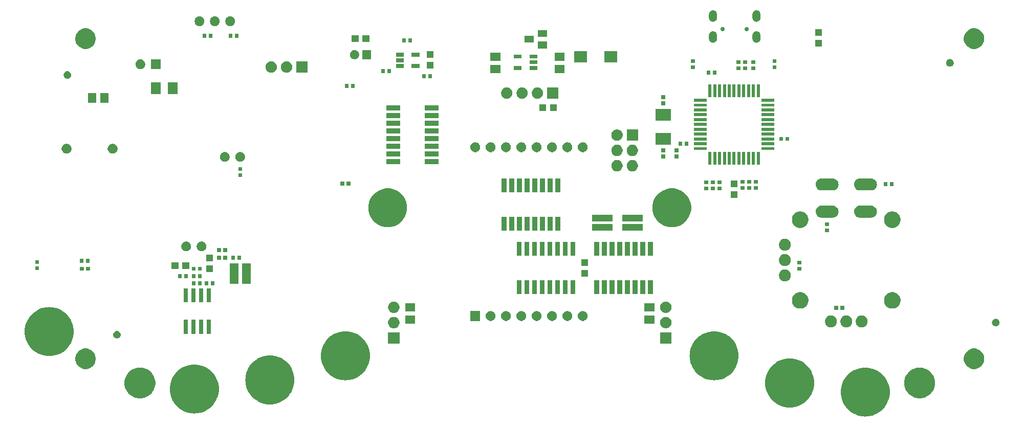
<source format=gbr>
G04 #@! TF.GenerationSoftware,KiCad,Pcbnew,6.0.0-rc1-unknown-ff6a348~66~ubuntu18.04.1*
G04 #@! TF.CreationDate,2018-12-07T10:28:44+02:00
G04 #@! TF.ProjectId,eduArdu_Rev_B,65647541-7264-4755-9f52-65765f422e6b,rev?*
G04 #@! TF.SameCoordinates,Original*
G04 #@! TF.FileFunction,Soldermask,Bot*
G04 #@! TF.FilePolarity,Negative*
%FSLAX46Y46*%
G04 Gerber Fmt 4.6, Leading zero omitted, Abs format (unit mm)*
G04 Created by KiCad (PCBNEW 6.0.0-rc1-unknown-ff6a348~66~ubuntu18.04.1) date  7.12.2018 (пт) 10:28:44 EET*
%MOMM*%
%LPD*%
G01*
G04 APERTURE LIST*
%ADD10C,0.100000*%
G04 APERTURE END LIST*
D10*
G36*
X185117399Y-79446598D02*
X185141785Y-79449000D01*
X185398990Y-79449000D01*
X186181632Y-79604677D01*
X186597391Y-79776890D01*
X186918868Y-79910050D01*
X187409679Y-80238000D01*
X187582365Y-80353385D01*
X188146615Y-80917635D01*
X188146617Y-80917638D01*
X188589950Y-81581132D01*
X188688216Y-81818367D01*
X188895323Y-82318368D01*
X189051000Y-83101010D01*
X189051000Y-83358215D01*
X189053402Y-83382601D01*
X189064000Y-83435881D01*
X189064000Y-83564119D01*
X189053402Y-83617399D01*
X189051000Y-83641785D01*
X189051000Y-83898990D01*
X188895323Y-84681632D01*
X188769659Y-84985012D01*
X188589950Y-85418868D01*
X188208392Y-85989909D01*
X188146615Y-86082365D01*
X187582365Y-86646615D01*
X187582362Y-86646617D01*
X186918868Y-87089950D01*
X186613495Y-87216439D01*
X186181632Y-87395323D01*
X185398990Y-87551000D01*
X185141785Y-87551000D01*
X185117399Y-87553402D01*
X185064119Y-87564000D01*
X184935881Y-87564000D01*
X184882601Y-87553402D01*
X184858215Y-87551000D01*
X184601010Y-87551000D01*
X183818368Y-87395323D01*
X183386505Y-87216439D01*
X183081132Y-87089950D01*
X182417638Y-86646617D01*
X182417635Y-86646615D01*
X181853385Y-86082365D01*
X181791608Y-85989909D01*
X181410050Y-85418868D01*
X181230341Y-84985012D01*
X181104677Y-84681632D01*
X180949000Y-83898990D01*
X180949000Y-83641785D01*
X180946598Y-83617399D01*
X180936000Y-83564119D01*
X180936000Y-83435881D01*
X180946598Y-83382601D01*
X180949000Y-83358215D01*
X180949000Y-83101010D01*
X181104677Y-82318368D01*
X181311784Y-81818367D01*
X181410050Y-81581132D01*
X181853383Y-80917638D01*
X181853385Y-80917635D01*
X182417635Y-80353385D01*
X182590321Y-80238000D01*
X183081132Y-79910050D01*
X183402609Y-79776890D01*
X183818368Y-79604677D01*
X184601010Y-79449000D01*
X184858215Y-79449000D01*
X184882601Y-79446598D01*
X184935881Y-79436000D01*
X185064119Y-79436000D01*
X185117399Y-79446598D01*
X185117399Y-79446598D01*
G37*
G36*
X74117399Y-78946598D02*
X74141785Y-78949000D01*
X74398990Y-78949000D01*
X75181632Y-79104677D01*
X75601606Y-79278636D01*
X75918868Y-79410050D01*
X76429135Y-79751000D01*
X76582365Y-79853385D01*
X77146615Y-80417635D01*
X77146617Y-80417638D01*
X77589950Y-81081132D01*
X77692201Y-81327988D01*
X77895323Y-81818368D01*
X78051000Y-82601010D01*
X78051000Y-82858215D01*
X78053402Y-82882601D01*
X78064000Y-82935881D01*
X78064000Y-83064119D01*
X78053402Y-83117399D01*
X78051000Y-83141785D01*
X78051000Y-83398990D01*
X77895323Y-84181632D01*
X77783012Y-84452774D01*
X77589950Y-84918868D01*
X77255996Y-85418665D01*
X77146615Y-85582365D01*
X76582365Y-86146615D01*
X76582362Y-86146617D01*
X75918868Y-86589950D01*
X75782066Y-86646615D01*
X75181632Y-86895323D01*
X74398990Y-87051000D01*
X74141785Y-87051000D01*
X74117399Y-87053402D01*
X74064119Y-87064000D01*
X73935881Y-87064000D01*
X73882601Y-87053402D01*
X73858215Y-87051000D01*
X73601010Y-87051000D01*
X72818368Y-86895323D01*
X72217934Y-86646615D01*
X72081132Y-86589950D01*
X71417638Y-86146617D01*
X71417635Y-86146615D01*
X70853385Y-85582365D01*
X70744004Y-85418665D01*
X70410050Y-84918868D01*
X70216988Y-84452774D01*
X70104677Y-84181632D01*
X69949000Y-83398990D01*
X69949000Y-83141785D01*
X69946598Y-83117399D01*
X69936000Y-83064119D01*
X69936000Y-82935881D01*
X69946598Y-82882601D01*
X69949000Y-82858215D01*
X69949000Y-82601010D01*
X70104677Y-81818368D01*
X70307799Y-81327988D01*
X70410050Y-81081132D01*
X70853383Y-80417638D01*
X70853385Y-80417635D01*
X71417635Y-79853385D01*
X71570865Y-79751000D01*
X72081132Y-79410050D01*
X72398394Y-79278636D01*
X72818368Y-79104677D01*
X73601010Y-78949000D01*
X73858215Y-78949000D01*
X73882601Y-78946598D01*
X73935881Y-78936000D01*
X74064119Y-78936000D01*
X74117399Y-78946598D01*
X74117399Y-78946598D01*
G37*
G36*
X172617399Y-77946598D02*
X172641785Y-77949000D01*
X172898990Y-77949000D01*
X173681632Y-78104677D01*
X174097391Y-78276890D01*
X174418868Y-78410050D01*
X174909679Y-78738000D01*
X175082365Y-78853385D01*
X175646615Y-79417635D01*
X175646617Y-79417638D01*
X176089950Y-80081132D01*
X176160311Y-80251000D01*
X176395323Y-80818368D01*
X176551000Y-81601010D01*
X176551000Y-81858215D01*
X176553402Y-81882601D01*
X176564000Y-81935881D01*
X176564000Y-82064119D01*
X176553402Y-82117399D01*
X176551000Y-82141785D01*
X176551000Y-82398990D01*
X176395323Y-83181632D01*
X176231594Y-83576909D01*
X176089950Y-83918868D01*
X175702978Y-84498012D01*
X175646615Y-84582365D01*
X175082365Y-85146615D01*
X175082362Y-85146617D01*
X174418868Y-85589950D01*
X174132991Y-85708364D01*
X173681632Y-85895323D01*
X172898990Y-86051000D01*
X172641785Y-86051000D01*
X172617399Y-86053402D01*
X172564119Y-86064000D01*
X172435881Y-86064000D01*
X172382601Y-86053402D01*
X172358215Y-86051000D01*
X172101010Y-86051000D01*
X171318368Y-85895323D01*
X170867009Y-85708364D01*
X170581132Y-85589950D01*
X169917638Y-85146617D01*
X169917635Y-85146615D01*
X169353385Y-84582365D01*
X169297022Y-84498012D01*
X168910050Y-83918868D01*
X168768406Y-83576909D01*
X168604677Y-83181632D01*
X168449000Y-82398990D01*
X168449000Y-82141785D01*
X168446598Y-82117399D01*
X168436000Y-82064119D01*
X168436000Y-81935881D01*
X168446598Y-81882601D01*
X168449000Y-81858215D01*
X168449000Y-81601010D01*
X168604677Y-80818368D01*
X168839689Y-80251000D01*
X168910050Y-80081132D01*
X169353383Y-79417638D01*
X169353385Y-79417635D01*
X169917635Y-78853385D01*
X170090321Y-78738000D01*
X170581132Y-78410050D01*
X170902609Y-78276890D01*
X171318368Y-78104677D01*
X172101010Y-77949000D01*
X172358215Y-77949000D01*
X172382601Y-77946598D01*
X172435881Y-77936000D01*
X172564119Y-77936000D01*
X172617399Y-77946598D01*
X172617399Y-77946598D01*
G37*
G36*
X86617399Y-77446598D02*
X86641785Y-77449000D01*
X86898990Y-77449000D01*
X87681632Y-77604677D01*
X88101606Y-77778636D01*
X88418868Y-77910050D01*
X88804191Y-78167515D01*
X89082365Y-78353385D01*
X89646615Y-78917635D01*
X89646617Y-78917638D01*
X90089950Y-79581132D01*
X90176420Y-79789890D01*
X90395323Y-80318368D01*
X90551000Y-81101010D01*
X90551000Y-81358215D01*
X90553402Y-81382601D01*
X90564000Y-81435881D01*
X90564000Y-81564119D01*
X90553402Y-81617399D01*
X90551000Y-81641785D01*
X90551000Y-81898990D01*
X90395323Y-82681632D01*
X90228237Y-83085012D01*
X90089950Y-83418868D01*
X89811310Y-83835882D01*
X89646615Y-84082365D01*
X89082365Y-84646615D01*
X89082362Y-84646617D01*
X88418868Y-85089950D01*
X88282066Y-85146615D01*
X87681632Y-85395323D01*
X86898990Y-85551000D01*
X86641785Y-85551000D01*
X86617399Y-85553402D01*
X86564119Y-85564000D01*
X86435881Y-85564000D01*
X86382601Y-85553402D01*
X86358215Y-85551000D01*
X86101010Y-85551000D01*
X85318368Y-85395323D01*
X84717934Y-85146615D01*
X84581132Y-85089950D01*
X83917638Y-84646617D01*
X83917635Y-84646615D01*
X83353385Y-84082365D01*
X83188690Y-83835882D01*
X82910050Y-83418868D01*
X82771763Y-83085012D01*
X82604677Y-82681632D01*
X82449000Y-81898990D01*
X82449000Y-81641785D01*
X82446598Y-81617399D01*
X82436000Y-81564119D01*
X82436000Y-81435881D01*
X82446598Y-81382601D01*
X82449000Y-81358215D01*
X82449000Y-81101010D01*
X82604677Y-80318368D01*
X82823580Y-79789890D01*
X82910050Y-79581132D01*
X83353383Y-78917638D01*
X83353385Y-78917635D01*
X83917635Y-78353385D01*
X84195809Y-78167515D01*
X84581132Y-77910050D01*
X84898394Y-77778636D01*
X85318368Y-77604677D01*
X86101010Y-77449000D01*
X86358215Y-77449000D01*
X86382601Y-77446598D01*
X86435881Y-77436000D01*
X86564119Y-77436000D01*
X86617399Y-77446598D01*
X86617399Y-77446598D01*
G37*
G36*
X65431271Y-79485012D02*
X65744041Y-79547226D01*
X65882742Y-79604678D01*
X66208256Y-79739510D01*
X66626043Y-80018666D01*
X66981334Y-80373957D01*
X67260490Y-80791744D01*
X67337274Y-80977118D01*
X67440358Y-81225983D01*
X67452774Y-81255960D01*
X67550800Y-81748767D01*
X67550800Y-82251233D01*
X67452774Y-82744040D01*
X67260490Y-83208256D01*
X66981334Y-83626043D01*
X66626043Y-83981334D01*
X66208256Y-84260490D01*
X65936325Y-84373127D01*
X65744041Y-84452774D01*
X65622706Y-84476909D01*
X65251233Y-84550800D01*
X64748767Y-84550800D01*
X64377294Y-84476909D01*
X64255959Y-84452774D01*
X64063675Y-84373127D01*
X63791744Y-84260490D01*
X63373957Y-83981334D01*
X63018666Y-83626043D01*
X62739510Y-83208256D01*
X62547226Y-82744040D01*
X62449200Y-82251233D01*
X62449200Y-81748767D01*
X62547226Y-81255960D01*
X62559643Y-81225983D01*
X62662726Y-80977118D01*
X62739510Y-80791744D01*
X63018666Y-80373957D01*
X63373957Y-80018666D01*
X63791744Y-79739510D01*
X64117258Y-79604678D01*
X64255959Y-79547226D01*
X64568729Y-79485012D01*
X64748767Y-79449200D01*
X65251233Y-79449200D01*
X65431271Y-79485012D01*
X65431271Y-79485012D01*
G37*
G36*
X194431271Y-79485012D02*
X194744041Y-79547226D01*
X194882742Y-79604678D01*
X195208256Y-79739510D01*
X195626043Y-80018666D01*
X195981334Y-80373957D01*
X196260490Y-80791744D01*
X196337274Y-80977118D01*
X196440358Y-81225983D01*
X196452774Y-81255960D01*
X196550800Y-81748767D01*
X196550800Y-82251233D01*
X196452774Y-82744040D01*
X196260490Y-83208256D01*
X195981334Y-83626043D01*
X195626043Y-83981334D01*
X195208256Y-84260490D01*
X194936325Y-84373127D01*
X194744041Y-84452774D01*
X194622706Y-84476909D01*
X194251233Y-84550800D01*
X193748767Y-84550800D01*
X193377294Y-84476909D01*
X193255959Y-84452774D01*
X193063675Y-84373127D01*
X192791744Y-84260490D01*
X192373957Y-83981334D01*
X192018666Y-83626043D01*
X191739510Y-83208256D01*
X191547226Y-82744040D01*
X191449200Y-82251233D01*
X191449200Y-81748767D01*
X191547226Y-81255960D01*
X191559643Y-81225983D01*
X191662726Y-80977118D01*
X191739510Y-80791744D01*
X192018666Y-80373957D01*
X192373957Y-80018666D01*
X192791744Y-79739510D01*
X193117258Y-79604678D01*
X193255959Y-79547226D01*
X193568729Y-79485012D01*
X193748767Y-79449200D01*
X194251233Y-79449200D01*
X194431271Y-79485012D01*
X194431271Y-79485012D01*
G37*
G36*
X160117399Y-73446598D02*
X160141785Y-73449000D01*
X160398990Y-73449000D01*
X161181632Y-73604677D01*
X161419014Y-73703004D01*
X161918868Y-73910050D01*
X162279651Y-74151118D01*
X162582365Y-74353385D01*
X163146615Y-74917635D01*
X163146617Y-74917638D01*
X163589950Y-75581132D01*
X163629622Y-75676909D01*
X163895323Y-76318368D01*
X164051000Y-77101010D01*
X164051000Y-77358215D01*
X164053402Y-77382601D01*
X164064000Y-77435881D01*
X164064000Y-77564119D01*
X164053402Y-77617399D01*
X164051000Y-77641785D01*
X164051000Y-77898990D01*
X163895323Y-78681632D01*
X163806792Y-78895364D01*
X163589950Y-79418868D01*
X163262879Y-79908364D01*
X163146615Y-80082365D01*
X162582365Y-80646615D01*
X162582362Y-80646617D01*
X161918868Y-81089950D01*
X161613495Y-81216439D01*
X161181632Y-81395323D01*
X160398990Y-81551000D01*
X160141785Y-81551000D01*
X160117399Y-81553402D01*
X160064119Y-81564000D01*
X159935881Y-81564000D01*
X159882601Y-81553402D01*
X159858215Y-81551000D01*
X159601010Y-81551000D01*
X158818368Y-81395323D01*
X158386505Y-81216439D01*
X158081132Y-81089950D01*
X157417638Y-80646617D01*
X157417635Y-80646615D01*
X156853385Y-80082365D01*
X156737121Y-79908364D01*
X156410050Y-79418868D01*
X156193208Y-78895364D01*
X156104677Y-78681632D01*
X155949000Y-77898990D01*
X155949000Y-77641785D01*
X155946598Y-77617399D01*
X155936000Y-77564119D01*
X155936000Y-77435881D01*
X155946598Y-77382601D01*
X155949000Y-77358215D01*
X155949000Y-77101010D01*
X156104677Y-76318368D01*
X156370378Y-75676909D01*
X156410050Y-75581132D01*
X156853383Y-74917638D01*
X156853385Y-74917635D01*
X157417635Y-74353385D01*
X157720349Y-74151118D01*
X158081132Y-73910050D01*
X158580986Y-73703004D01*
X158818368Y-73604677D01*
X159601010Y-73449000D01*
X159858215Y-73449000D01*
X159882601Y-73446598D01*
X159935881Y-73436000D01*
X160064119Y-73436000D01*
X160117399Y-73446598D01*
X160117399Y-73446598D01*
G37*
G36*
X99117399Y-73446598D02*
X99141785Y-73449000D01*
X99398990Y-73449000D01*
X100181632Y-73604677D01*
X100419014Y-73703004D01*
X100918868Y-73910050D01*
X101279651Y-74151118D01*
X101582365Y-74353385D01*
X102146615Y-74917635D01*
X102146617Y-74917638D01*
X102589950Y-75581132D01*
X102629622Y-75676909D01*
X102895323Y-76318368D01*
X103051000Y-77101010D01*
X103051000Y-77358215D01*
X103053402Y-77382601D01*
X103064000Y-77435881D01*
X103064000Y-77564119D01*
X103053402Y-77617399D01*
X103051000Y-77641785D01*
X103051000Y-77898990D01*
X102895323Y-78681632D01*
X102806792Y-78895364D01*
X102589950Y-79418868D01*
X102262879Y-79908364D01*
X102146615Y-80082365D01*
X101582365Y-80646615D01*
X101582362Y-80646617D01*
X100918868Y-81089950D01*
X100613495Y-81216439D01*
X100181632Y-81395323D01*
X99398990Y-81551000D01*
X99141785Y-81551000D01*
X99117399Y-81553402D01*
X99064119Y-81564000D01*
X98935881Y-81564000D01*
X98882601Y-81553402D01*
X98858215Y-81551000D01*
X98601010Y-81551000D01*
X97818368Y-81395323D01*
X97386505Y-81216439D01*
X97081132Y-81089950D01*
X96417638Y-80646617D01*
X96417635Y-80646615D01*
X95853385Y-80082365D01*
X95737121Y-79908364D01*
X95410050Y-79418868D01*
X95193208Y-78895364D01*
X95104677Y-78681632D01*
X94949000Y-77898990D01*
X94949000Y-77641785D01*
X94946598Y-77617399D01*
X94936000Y-77564119D01*
X94936000Y-77435881D01*
X94946598Y-77382601D01*
X94949000Y-77358215D01*
X94949000Y-77101010D01*
X95104677Y-76318368D01*
X95370378Y-75676909D01*
X95410050Y-75581132D01*
X95853383Y-74917638D01*
X95853385Y-74917635D01*
X96417635Y-74353385D01*
X96720349Y-74151118D01*
X97081132Y-73910050D01*
X97580986Y-73703004D01*
X97818368Y-73604677D01*
X98601010Y-73449000D01*
X98858215Y-73449000D01*
X98882601Y-73446598D01*
X98935881Y-73436000D01*
X99064119Y-73436000D01*
X99117399Y-73446598D01*
X99117399Y-73446598D01*
G37*
G36*
X203496105Y-76364561D02*
X203599371Y-76407335D01*
X203805631Y-76492771D01*
X204084197Y-76678903D01*
X204321097Y-76915803D01*
X204505403Y-77191636D01*
X204507230Y-77194371D01*
X204635439Y-77503895D01*
X204700800Y-77832485D01*
X204700800Y-78167515D01*
X204635439Y-78496105D01*
X204571231Y-78651118D01*
X204507229Y-78805631D01*
X204321097Y-79084197D01*
X204084197Y-79321097D01*
X203805631Y-79507229D01*
X203805630Y-79507230D01*
X203805629Y-79507230D01*
X203496105Y-79635439D01*
X203167515Y-79700800D01*
X202832485Y-79700800D01*
X202503895Y-79635439D01*
X202194371Y-79507230D01*
X202194370Y-79507230D01*
X202194369Y-79507229D01*
X201915803Y-79321097D01*
X201678903Y-79084197D01*
X201492771Y-78805631D01*
X201428770Y-78651118D01*
X201364561Y-78496105D01*
X201299200Y-78167515D01*
X201299200Y-77832485D01*
X201364561Y-77503895D01*
X201492770Y-77194371D01*
X201494597Y-77191636D01*
X201678903Y-76915803D01*
X201915803Y-76678903D01*
X202194369Y-76492771D01*
X202400630Y-76407335D01*
X202503895Y-76364561D01*
X202832485Y-76299200D01*
X203167515Y-76299200D01*
X203496105Y-76364561D01*
X203496105Y-76364561D01*
G37*
G36*
X56496105Y-76364561D02*
X56599371Y-76407335D01*
X56805631Y-76492771D01*
X57084197Y-76678903D01*
X57321097Y-76915803D01*
X57505403Y-77191636D01*
X57507230Y-77194371D01*
X57635439Y-77503895D01*
X57700800Y-77832485D01*
X57700800Y-78167515D01*
X57635439Y-78496105D01*
X57571231Y-78651118D01*
X57507229Y-78805631D01*
X57321097Y-79084197D01*
X57084197Y-79321097D01*
X56805631Y-79507229D01*
X56805630Y-79507230D01*
X56805629Y-79507230D01*
X56496105Y-79635439D01*
X56167515Y-79700800D01*
X55832485Y-79700800D01*
X55503895Y-79635439D01*
X55194371Y-79507230D01*
X55194370Y-79507230D01*
X55194369Y-79507229D01*
X54915803Y-79321097D01*
X54678903Y-79084197D01*
X54492771Y-78805631D01*
X54428770Y-78651118D01*
X54364561Y-78496105D01*
X54299200Y-78167515D01*
X54299200Y-77832485D01*
X54364561Y-77503895D01*
X54492770Y-77194371D01*
X54494597Y-77191636D01*
X54678903Y-76915803D01*
X54915803Y-76678903D01*
X55194369Y-76492771D01*
X55400630Y-76407335D01*
X55503895Y-76364561D01*
X55832485Y-76299200D01*
X56167515Y-76299200D01*
X56496105Y-76364561D01*
X56496105Y-76364561D01*
G37*
G36*
X50117399Y-69446598D02*
X50141785Y-69449000D01*
X50398990Y-69449000D01*
X51181632Y-69604677D01*
X51601606Y-69778636D01*
X51918868Y-69910050D01*
X52491753Y-70292840D01*
X52582365Y-70353385D01*
X53146615Y-70917635D01*
X53146617Y-70917638D01*
X53589950Y-71581132D01*
X53660311Y-71751000D01*
X53895323Y-72318368D01*
X54051000Y-73101010D01*
X54051000Y-73358215D01*
X54053402Y-73382601D01*
X54064000Y-73435881D01*
X54064000Y-73564119D01*
X54053402Y-73617399D01*
X54051000Y-73641785D01*
X54051000Y-73898990D01*
X53895323Y-74681632D01*
X53800684Y-74910110D01*
X53589950Y-75418868D01*
X53465136Y-75605665D01*
X53146615Y-76082365D01*
X52582365Y-76646615D01*
X52582362Y-76646617D01*
X51918868Y-77089950D01*
X51666773Y-77194371D01*
X51181632Y-77395323D01*
X50398990Y-77551000D01*
X50141785Y-77551000D01*
X50117399Y-77553402D01*
X50064119Y-77564000D01*
X49935881Y-77564000D01*
X49882601Y-77553402D01*
X49858215Y-77551000D01*
X49601010Y-77551000D01*
X48818368Y-77395323D01*
X48333227Y-77194371D01*
X48081132Y-77089950D01*
X47417638Y-76646617D01*
X47417635Y-76646615D01*
X46853385Y-76082365D01*
X46534864Y-75605665D01*
X46410050Y-75418868D01*
X46199316Y-74910110D01*
X46104677Y-74681632D01*
X45949000Y-73898990D01*
X45949000Y-73641785D01*
X45946598Y-73617399D01*
X45936000Y-73564119D01*
X45936000Y-73435881D01*
X45946598Y-73382601D01*
X45949000Y-73358215D01*
X45949000Y-73101010D01*
X46104677Y-72318368D01*
X46339689Y-71751000D01*
X46410050Y-71581132D01*
X46853383Y-70917638D01*
X46853385Y-70917635D01*
X47417635Y-70353385D01*
X47508247Y-70292840D01*
X48081132Y-69910050D01*
X48398394Y-69778636D01*
X48818368Y-69604677D01*
X49601010Y-69449000D01*
X49858215Y-69449000D01*
X49882601Y-69446598D01*
X49935881Y-69436000D01*
X50064119Y-69436000D01*
X50117399Y-69446598D01*
X50117399Y-69446598D01*
G37*
G36*
X107939800Y-75479800D02*
X106060200Y-75479800D01*
X106060200Y-73600200D01*
X107939800Y-73600200D01*
X107939800Y-75479800D01*
X107939800Y-75479800D01*
G37*
G36*
X152939800Y-75479800D02*
X151060200Y-75479800D01*
X151060200Y-73600200D01*
X152939800Y-73600200D01*
X152939800Y-75479800D01*
X152939800Y-75479800D01*
G37*
G36*
X61382889Y-73397095D02*
X61496996Y-73444359D01*
X61599692Y-73512979D01*
X61687021Y-73600308D01*
X61755641Y-73703004D01*
X61802905Y-73817111D01*
X61827000Y-73938244D01*
X61827000Y-74061756D01*
X61802905Y-74182889D01*
X61755641Y-74296996D01*
X61687021Y-74399692D01*
X61599692Y-74487021D01*
X61496996Y-74555641D01*
X61382889Y-74602905D01*
X61261756Y-74627000D01*
X61138244Y-74627000D01*
X61017111Y-74602905D01*
X60903004Y-74555641D01*
X60800308Y-74487021D01*
X60712979Y-74399692D01*
X60644359Y-74296996D01*
X60597095Y-74182889D01*
X60573000Y-74061756D01*
X60573000Y-73938244D01*
X60597095Y-73817111D01*
X60644359Y-73703004D01*
X60712979Y-73600308D01*
X60800308Y-73512979D01*
X60903004Y-73444359D01*
X61017111Y-73397095D01*
X61138244Y-73373000D01*
X61261756Y-73373000D01*
X61382889Y-73397095D01*
X61382889Y-73397095D01*
G37*
G36*
X75485800Y-73850800D02*
X74784200Y-73850800D01*
X74784200Y-71549200D01*
X75485800Y-71549200D01*
X75485800Y-73850800D01*
X75485800Y-73850800D01*
G37*
G36*
X72945800Y-73850800D02*
X72244200Y-73850800D01*
X72244200Y-71549200D01*
X72945800Y-71549200D01*
X72945800Y-73850800D01*
X72945800Y-73850800D01*
G37*
G36*
X74215800Y-73850800D02*
X73514200Y-73850800D01*
X73514200Y-71549200D01*
X74215800Y-71549200D01*
X74215800Y-73850800D01*
X74215800Y-73850800D01*
G37*
G36*
X76755800Y-73850800D02*
X76054200Y-73850800D01*
X76054200Y-71549200D01*
X76755800Y-71549200D01*
X76755800Y-73850800D01*
X76755800Y-73850800D01*
G37*
G36*
X107183346Y-71078258D02*
X107274129Y-71096316D01*
X107445162Y-71167160D01*
X107597009Y-71268621D01*
X107599090Y-71270012D01*
X107729988Y-71400910D01*
X107729990Y-71400913D01*
X107832840Y-71554838D01*
X107903684Y-71725871D01*
X107939800Y-71907438D01*
X107939800Y-72092562D01*
X107903684Y-72274129D01*
X107832840Y-72445162D01*
X107759020Y-72555641D01*
X107729988Y-72599090D01*
X107599090Y-72729988D01*
X107599087Y-72729990D01*
X107445162Y-72832840D01*
X107274129Y-72903684D01*
X107183346Y-72921742D01*
X107092564Y-72939800D01*
X106907436Y-72939800D01*
X106816654Y-72921742D01*
X106725871Y-72903684D01*
X106554838Y-72832840D01*
X106400913Y-72729990D01*
X106400910Y-72729988D01*
X106270012Y-72599090D01*
X106240980Y-72555641D01*
X106167160Y-72445162D01*
X106096316Y-72274129D01*
X106060200Y-72092562D01*
X106060200Y-71907438D01*
X106096316Y-71725871D01*
X106167160Y-71554838D01*
X106270010Y-71400913D01*
X106270012Y-71400910D01*
X106400910Y-71270012D01*
X106402991Y-71268621D01*
X106554838Y-71167160D01*
X106725871Y-71096316D01*
X106816654Y-71078258D01*
X106907436Y-71060200D01*
X107092564Y-71060200D01*
X107183346Y-71078258D01*
X107183346Y-71078258D01*
G37*
G36*
X152183346Y-71078258D02*
X152274129Y-71096316D01*
X152445162Y-71167160D01*
X152597009Y-71268621D01*
X152599090Y-71270012D01*
X152729988Y-71400910D01*
X152729990Y-71400913D01*
X152832840Y-71554838D01*
X152903684Y-71725871D01*
X152939800Y-71907438D01*
X152939800Y-72092562D01*
X152903684Y-72274129D01*
X152832840Y-72445162D01*
X152759020Y-72555641D01*
X152729988Y-72599090D01*
X152599090Y-72729988D01*
X152599087Y-72729990D01*
X152445162Y-72832840D01*
X152274129Y-72903684D01*
X152183346Y-72921742D01*
X152092564Y-72939800D01*
X151907436Y-72939800D01*
X151816654Y-72921742D01*
X151725871Y-72903684D01*
X151554838Y-72832840D01*
X151400913Y-72729990D01*
X151400910Y-72729988D01*
X151270012Y-72599090D01*
X151240980Y-72555641D01*
X151167160Y-72445162D01*
X151096316Y-72274129D01*
X151060200Y-72092562D01*
X151060200Y-71907438D01*
X151096316Y-71725871D01*
X151167160Y-71554838D01*
X151270010Y-71400913D01*
X151270012Y-71400910D01*
X151400910Y-71270012D01*
X151402991Y-71268621D01*
X151554838Y-71167160D01*
X151725871Y-71096316D01*
X151816654Y-71078258D01*
X151907436Y-71060200D01*
X152092564Y-71060200D01*
X152183346Y-71078258D01*
X152183346Y-71078258D01*
G37*
G36*
X182158947Y-70857468D02*
X182339224Y-70932141D01*
X182501474Y-71040553D01*
X182639447Y-71178526D01*
X182747859Y-71340776D01*
X182822532Y-71521053D01*
X182860600Y-71712433D01*
X182860600Y-71907567D01*
X182822532Y-72098947D01*
X182747859Y-72279224D01*
X182639447Y-72441474D01*
X182501474Y-72579447D01*
X182339224Y-72687859D01*
X182158947Y-72762532D01*
X181967567Y-72800600D01*
X181772433Y-72800600D01*
X181581053Y-72762532D01*
X181400776Y-72687859D01*
X181238526Y-72579447D01*
X181100553Y-72441474D01*
X180992141Y-72279224D01*
X180917468Y-72098947D01*
X180879400Y-71907567D01*
X180879400Y-71712433D01*
X180917468Y-71521053D01*
X180992141Y-71340776D01*
X181100553Y-71178526D01*
X181238526Y-71040553D01*
X181400776Y-70932141D01*
X181581053Y-70857468D01*
X181772433Y-70819400D01*
X181967567Y-70819400D01*
X182158947Y-70857468D01*
X182158947Y-70857468D01*
G37*
G36*
X184698947Y-70857468D02*
X184879224Y-70932141D01*
X185041474Y-71040553D01*
X185179447Y-71178526D01*
X185287859Y-71340776D01*
X185362532Y-71521053D01*
X185400600Y-71712433D01*
X185400600Y-71907567D01*
X185362532Y-72098947D01*
X185287859Y-72279224D01*
X185179447Y-72441474D01*
X185041474Y-72579447D01*
X184879224Y-72687859D01*
X184698947Y-72762532D01*
X184507567Y-72800600D01*
X184312433Y-72800600D01*
X184121053Y-72762532D01*
X183940776Y-72687859D01*
X183778526Y-72579447D01*
X183640553Y-72441474D01*
X183532141Y-72279224D01*
X183457468Y-72098947D01*
X183419400Y-71907567D01*
X183419400Y-71712433D01*
X183457468Y-71521053D01*
X183532141Y-71340776D01*
X183640553Y-71178526D01*
X183778526Y-71040553D01*
X183940776Y-70932141D01*
X184121053Y-70857468D01*
X184312433Y-70819400D01*
X184507567Y-70819400D01*
X184698947Y-70857468D01*
X184698947Y-70857468D01*
G37*
G36*
X179618947Y-70857468D02*
X179799224Y-70932141D01*
X179961474Y-71040553D01*
X180099447Y-71178526D01*
X180207859Y-71340776D01*
X180282532Y-71521053D01*
X180320600Y-71712433D01*
X180320600Y-71907567D01*
X180282532Y-72098947D01*
X180207859Y-72279224D01*
X180099447Y-72441474D01*
X179961474Y-72579447D01*
X179799224Y-72687859D01*
X179618947Y-72762532D01*
X179427567Y-72800600D01*
X179232433Y-72800600D01*
X179041053Y-72762532D01*
X178860776Y-72687859D01*
X178698526Y-72579447D01*
X178560553Y-72441474D01*
X178452141Y-72279224D01*
X178377468Y-72098947D01*
X178339400Y-71907567D01*
X178339400Y-71712433D01*
X178377468Y-71521053D01*
X178452141Y-71340776D01*
X178560553Y-71178526D01*
X178698526Y-71040553D01*
X178860776Y-70932141D01*
X179041053Y-70857468D01*
X179232433Y-70819400D01*
X179427567Y-70819400D01*
X179618947Y-70857468D01*
X179618947Y-70857468D01*
G37*
G36*
X206782889Y-71397095D02*
X206896996Y-71444359D01*
X206999692Y-71512979D01*
X207087021Y-71600308D01*
X207155641Y-71703004D01*
X207202905Y-71817111D01*
X207227000Y-71938244D01*
X207227000Y-72061756D01*
X207202905Y-72182889D01*
X207155641Y-72296996D01*
X207087021Y-72399692D01*
X206999692Y-72487021D01*
X206896996Y-72555641D01*
X206782889Y-72602905D01*
X206661756Y-72627000D01*
X206538244Y-72627000D01*
X206417111Y-72602905D01*
X206303004Y-72555641D01*
X206200308Y-72487021D01*
X206112979Y-72399692D01*
X206044359Y-72296996D01*
X205997095Y-72182889D01*
X205973000Y-72061756D01*
X205973000Y-71938244D01*
X205997095Y-71817111D01*
X206044359Y-71703004D01*
X206112979Y-71600308D01*
X206200308Y-71512979D01*
X206303004Y-71444359D01*
X206417111Y-71397095D01*
X206538244Y-71373000D01*
X206661756Y-71373000D01*
X206782889Y-71397095D01*
X206782889Y-71397095D01*
G37*
G36*
X150112800Y-72201800D02*
X148487200Y-72201800D01*
X148487200Y-70830200D01*
X150112800Y-70830200D01*
X150112800Y-72201800D01*
X150112800Y-72201800D01*
G37*
G36*
X110512800Y-72201800D02*
X108887200Y-72201800D01*
X108887200Y-70830200D01*
X110512800Y-70830200D01*
X110512800Y-72201800D01*
X110512800Y-72201800D01*
G37*
G36*
X138497142Y-70138242D02*
X138645102Y-70199530D01*
X138712130Y-70244317D01*
X138760880Y-70276890D01*
X138778258Y-70288502D01*
X138891498Y-70401742D01*
X138980470Y-70534898D01*
X139041758Y-70682858D01*
X139073000Y-70839925D01*
X139073000Y-71000075D01*
X139041758Y-71157142D01*
X139032900Y-71178526D01*
X138980471Y-71305100D01*
X138891499Y-71438257D01*
X138778257Y-71551499D01*
X138733908Y-71581132D01*
X138645102Y-71640470D01*
X138497142Y-71701758D01*
X138340075Y-71733000D01*
X138179925Y-71733000D01*
X138022858Y-71701758D01*
X137874898Y-71640470D01*
X137786092Y-71581132D01*
X137741743Y-71551499D01*
X137628501Y-71438257D01*
X137539529Y-71305100D01*
X137487100Y-71178526D01*
X137478242Y-71157142D01*
X137447000Y-71000075D01*
X137447000Y-70839925D01*
X137478242Y-70682858D01*
X137539530Y-70534898D01*
X137628502Y-70401742D01*
X137741742Y-70288502D01*
X137759121Y-70276890D01*
X137807870Y-70244317D01*
X137874898Y-70199530D01*
X138022858Y-70138242D01*
X138179925Y-70107000D01*
X138340075Y-70107000D01*
X138497142Y-70138242D01*
X138497142Y-70138242D01*
G37*
G36*
X121293000Y-71733000D02*
X119667000Y-71733000D01*
X119667000Y-70107000D01*
X121293000Y-70107000D01*
X121293000Y-71733000D01*
X121293000Y-71733000D01*
G37*
G36*
X123257142Y-70138242D02*
X123405102Y-70199530D01*
X123472130Y-70244317D01*
X123520880Y-70276890D01*
X123538258Y-70288502D01*
X123651498Y-70401742D01*
X123740470Y-70534898D01*
X123801758Y-70682858D01*
X123833000Y-70839925D01*
X123833000Y-71000075D01*
X123801758Y-71157142D01*
X123792900Y-71178526D01*
X123740471Y-71305100D01*
X123651499Y-71438257D01*
X123538257Y-71551499D01*
X123493908Y-71581132D01*
X123405102Y-71640470D01*
X123257142Y-71701758D01*
X123100075Y-71733000D01*
X122939925Y-71733000D01*
X122782858Y-71701758D01*
X122634898Y-71640470D01*
X122546092Y-71581132D01*
X122501743Y-71551499D01*
X122388501Y-71438257D01*
X122299529Y-71305100D01*
X122247100Y-71178526D01*
X122238242Y-71157142D01*
X122207000Y-71000075D01*
X122207000Y-70839925D01*
X122238242Y-70682858D01*
X122299530Y-70534898D01*
X122388502Y-70401742D01*
X122501742Y-70288502D01*
X122519121Y-70276890D01*
X122567870Y-70244317D01*
X122634898Y-70199530D01*
X122782858Y-70138242D01*
X122939925Y-70107000D01*
X123100075Y-70107000D01*
X123257142Y-70138242D01*
X123257142Y-70138242D01*
G37*
G36*
X125797142Y-70138242D02*
X125945102Y-70199530D01*
X126012130Y-70244317D01*
X126060880Y-70276890D01*
X126078258Y-70288502D01*
X126191498Y-70401742D01*
X126280470Y-70534898D01*
X126341758Y-70682858D01*
X126373000Y-70839925D01*
X126373000Y-71000075D01*
X126341758Y-71157142D01*
X126332900Y-71178526D01*
X126280471Y-71305100D01*
X126191499Y-71438257D01*
X126078257Y-71551499D01*
X126033908Y-71581132D01*
X125945102Y-71640470D01*
X125797142Y-71701758D01*
X125640075Y-71733000D01*
X125479925Y-71733000D01*
X125322858Y-71701758D01*
X125174898Y-71640470D01*
X125086092Y-71581132D01*
X125041743Y-71551499D01*
X124928501Y-71438257D01*
X124839529Y-71305100D01*
X124787100Y-71178526D01*
X124778242Y-71157142D01*
X124747000Y-71000075D01*
X124747000Y-70839925D01*
X124778242Y-70682858D01*
X124839530Y-70534898D01*
X124928502Y-70401742D01*
X125041742Y-70288502D01*
X125059121Y-70276890D01*
X125107870Y-70244317D01*
X125174898Y-70199530D01*
X125322858Y-70138242D01*
X125479925Y-70107000D01*
X125640075Y-70107000D01*
X125797142Y-70138242D01*
X125797142Y-70138242D01*
G37*
G36*
X128337142Y-70138242D02*
X128485102Y-70199530D01*
X128552130Y-70244317D01*
X128600880Y-70276890D01*
X128618258Y-70288502D01*
X128731498Y-70401742D01*
X128820470Y-70534898D01*
X128881758Y-70682858D01*
X128913000Y-70839925D01*
X128913000Y-71000075D01*
X128881758Y-71157142D01*
X128872900Y-71178526D01*
X128820471Y-71305100D01*
X128731499Y-71438257D01*
X128618257Y-71551499D01*
X128573908Y-71581132D01*
X128485102Y-71640470D01*
X128337142Y-71701758D01*
X128180075Y-71733000D01*
X128019925Y-71733000D01*
X127862858Y-71701758D01*
X127714898Y-71640470D01*
X127626092Y-71581132D01*
X127581743Y-71551499D01*
X127468501Y-71438257D01*
X127379529Y-71305100D01*
X127327100Y-71178526D01*
X127318242Y-71157142D01*
X127287000Y-71000075D01*
X127287000Y-70839925D01*
X127318242Y-70682858D01*
X127379530Y-70534898D01*
X127468502Y-70401742D01*
X127581742Y-70288502D01*
X127599121Y-70276890D01*
X127647870Y-70244317D01*
X127714898Y-70199530D01*
X127862858Y-70138242D01*
X128019925Y-70107000D01*
X128180075Y-70107000D01*
X128337142Y-70138242D01*
X128337142Y-70138242D01*
G37*
G36*
X130877142Y-70138242D02*
X131025102Y-70199530D01*
X131092130Y-70244317D01*
X131140880Y-70276890D01*
X131158258Y-70288502D01*
X131271498Y-70401742D01*
X131360470Y-70534898D01*
X131421758Y-70682858D01*
X131453000Y-70839925D01*
X131453000Y-71000075D01*
X131421758Y-71157142D01*
X131412900Y-71178526D01*
X131360471Y-71305100D01*
X131271499Y-71438257D01*
X131158257Y-71551499D01*
X131113908Y-71581132D01*
X131025102Y-71640470D01*
X130877142Y-71701758D01*
X130720075Y-71733000D01*
X130559925Y-71733000D01*
X130402858Y-71701758D01*
X130254898Y-71640470D01*
X130166092Y-71581132D01*
X130121743Y-71551499D01*
X130008501Y-71438257D01*
X129919529Y-71305100D01*
X129867100Y-71178526D01*
X129858242Y-71157142D01*
X129827000Y-71000075D01*
X129827000Y-70839925D01*
X129858242Y-70682858D01*
X129919530Y-70534898D01*
X130008502Y-70401742D01*
X130121742Y-70288502D01*
X130139121Y-70276890D01*
X130187870Y-70244317D01*
X130254898Y-70199530D01*
X130402858Y-70138242D01*
X130559925Y-70107000D01*
X130720075Y-70107000D01*
X130877142Y-70138242D01*
X130877142Y-70138242D01*
G37*
G36*
X133417142Y-70138242D02*
X133565102Y-70199530D01*
X133632130Y-70244317D01*
X133680880Y-70276890D01*
X133698258Y-70288502D01*
X133811498Y-70401742D01*
X133900470Y-70534898D01*
X133961758Y-70682858D01*
X133993000Y-70839925D01*
X133993000Y-71000075D01*
X133961758Y-71157142D01*
X133952900Y-71178526D01*
X133900471Y-71305100D01*
X133811499Y-71438257D01*
X133698257Y-71551499D01*
X133653908Y-71581132D01*
X133565102Y-71640470D01*
X133417142Y-71701758D01*
X133260075Y-71733000D01*
X133099925Y-71733000D01*
X132942858Y-71701758D01*
X132794898Y-71640470D01*
X132706092Y-71581132D01*
X132661743Y-71551499D01*
X132548501Y-71438257D01*
X132459529Y-71305100D01*
X132407100Y-71178526D01*
X132398242Y-71157142D01*
X132367000Y-71000075D01*
X132367000Y-70839925D01*
X132398242Y-70682858D01*
X132459530Y-70534898D01*
X132548502Y-70401742D01*
X132661742Y-70288502D01*
X132679121Y-70276890D01*
X132727870Y-70244317D01*
X132794898Y-70199530D01*
X132942858Y-70138242D01*
X133099925Y-70107000D01*
X133260075Y-70107000D01*
X133417142Y-70138242D01*
X133417142Y-70138242D01*
G37*
G36*
X135957142Y-70138242D02*
X136105102Y-70199530D01*
X136172130Y-70244317D01*
X136220880Y-70276890D01*
X136238258Y-70288502D01*
X136351498Y-70401742D01*
X136440470Y-70534898D01*
X136501758Y-70682858D01*
X136533000Y-70839925D01*
X136533000Y-71000075D01*
X136501758Y-71157142D01*
X136492900Y-71178526D01*
X136440471Y-71305100D01*
X136351499Y-71438257D01*
X136238257Y-71551499D01*
X136193908Y-71581132D01*
X136105102Y-71640470D01*
X135957142Y-71701758D01*
X135800075Y-71733000D01*
X135639925Y-71733000D01*
X135482858Y-71701758D01*
X135334898Y-71640470D01*
X135246092Y-71581132D01*
X135201743Y-71551499D01*
X135088501Y-71438257D01*
X134999529Y-71305100D01*
X134947100Y-71178526D01*
X134938242Y-71157142D01*
X134907000Y-71000075D01*
X134907000Y-70839925D01*
X134938242Y-70682858D01*
X134999530Y-70534898D01*
X135088502Y-70401742D01*
X135201742Y-70288502D01*
X135219121Y-70276890D01*
X135267870Y-70244317D01*
X135334898Y-70199530D01*
X135482858Y-70138242D01*
X135639925Y-70107000D01*
X135800075Y-70107000D01*
X135957142Y-70138242D01*
X135957142Y-70138242D01*
G37*
G36*
X152183345Y-68538258D02*
X152274129Y-68556316D01*
X152445162Y-68627160D01*
X152580484Y-68717580D01*
X152599090Y-68730012D01*
X152729988Y-68860910D01*
X152729990Y-68860913D01*
X152832840Y-69014838D01*
X152903684Y-69185871D01*
X152921254Y-69274200D01*
X152939800Y-69367436D01*
X152939800Y-69552564D01*
X152923126Y-69636390D01*
X152903684Y-69734129D01*
X152832840Y-69905162D01*
X152731379Y-70057009D01*
X152729988Y-70059090D01*
X152599090Y-70189988D01*
X152599087Y-70189990D01*
X152445162Y-70292840D01*
X152274129Y-70363684D01*
X152183346Y-70381742D01*
X152092564Y-70399800D01*
X151907436Y-70399800D01*
X151816654Y-70381742D01*
X151725871Y-70363684D01*
X151554838Y-70292840D01*
X151400913Y-70189990D01*
X151400910Y-70189988D01*
X151270012Y-70059090D01*
X151268621Y-70057009D01*
X151167160Y-69905162D01*
X151096316Y-69734129D01*
X151076874Y-69636390D01*
X151060200Y-69552564D01*
X151060200Y-69367436D01*
X151078746Y-69274200D01*
X151096316Y-69185871D01*
X151167160Y-69014838D01*
X151270010Y-68860913D01*
X151270012Y-68860910D01*
X151400910Y-68730012D01*
X151419516Y-68717580D01*
X151554838Y-68627160D01*
X151725871Y-68556316D01*
X151816655Y-68538258D01*
X151907436Y-68520200D01*
X152092564Y-68520200D01*
X152183345Y-68538258D01*
X152183345Y-68538258D01*
G37*
G36*
X107183345Y-68538258D02*
X107274129Y-68556316D01*
X107445162Y-68627160D01*
X107580484Y-68717580D01*
X107599090Y-68730012D01*
X107729988Y-68860910D01*
X107729990Y-68860913D01*
X107832840Y-69014838D01*
X107903684Y-69185871D01*
X107921254Y-69274200D01*
X107939800Y-69367436D01*
X107939800Y-69552564D01*
X107923126Y-69636390D01*
X107903684Y-69734129D01*
X107832840Y-69905162D01*
X107731379Y-70057009D01*
X107729988Y-70059090D01*
X107599090Y-70189988D01*
X107599087Y-70189990D01*
X107445162Y-70292840D01*
X107274129Y-70363684D01*
X107183346Y-70381742D01*
X107092564Y-70399800D01*
X106907436Y-70399800D01*
X106816654Y-70381742D01*
X106725871Y-70363684D01*
X106554838Y-70292840D01*
X106400913Y-70189990D01*
X106400910Y-70189988D01*
X106270012Y-70059090D01*
X106268621Y-70057009D01*
X106167160Y-69905162D01*
X106096316Y-69734129D01*
X106076874Y-69636390D01*
X106060200Y-69552564D01*
X106060200Y-69367436D01*
X106078746Y-69274200D01*
X106096316Y-69185871D01*
X106167160Y-69014838D01*
X106270010Y-68860913D01*
X106270012Y-68860910D01*
X106400910Y-68730012D01*
X106419516Y-68717580D01*
X106554838Y-68627160D01*
X106725871Y-68556316D01*
X106816655Y-68538258D01*
X106907436Y-68520200D01*
X107092564Y-68520200D01*
X107183345Y-68538258D01*
X107183345Y-68538258D01*
G37*
G36*
X150112800Y-70169800D02*
X148487200Y-70169800D01*
X148487200Y-68798200D01*
X150112800Y-68798200D01*
X150112800Y-70169800D01*
X150112800Y-70169800D01*
G37*
G36*
X110512800Y-70169800D02*
X108887200Y-70169800D01*
X108887200Y-68798200D01*
X110512800Y-68798200D01*
X110512800Y-70169800D01*
X110512800Y-70169800D01*
G37*
G36*
X180492800Y-69925800D02*
X179891200Y-69925800D01*
X179891200Y-69274200D01*
X180492800Y-69274200D01*
X180492800Y-69925800D01*
X180492800Y-69925800D01*
G37*
G36*
X181508800Y-69925800D02*
X180907200Y-69925800D01*
X180907200Y-69274200D01*
X181508800Y-69274200D01*
X181508800Y-69925800D01*
X181508800Y-69925800D01*
G37*
G36*
X174422800Y-66953401D02*
X174650081Y-66998609D01*
X174899696Y-67102003D01*
X175124344Y-67252108D01*
X175315392Y-67443156D01*
X175465497Y-67667804D01*
X175568891Y-67917419D01*
X175621600Y-68182409D01*
X175621600Y-68452591D01*
X175568891Y-68717581D01*
X175465497Y-68967196D01*
X175315392Y-69191844D01*
X175124344Y-69382892D01*
X174899696Y-69532997D01*
X174650081Y-69636391D01*
X174422800Y-69681599D01*
X174385092Y-69689100D01*
X174114908Y-69689100D01*
X174077200Y-69681599D01*
X173849919Y-69636391D01*
X173600304Y-69532997D01*
X173375656Y-69382892D01*
X173184608Y-69191844D01*
X173034503Y-68967196D01*
X172931109Y-68717581D01*
X172878400Y-68452591D01*
X172878400Y-68182409D01*
X172931109Y-67917419D01*
X173034503Y-67667804D01*
X173184608Y-67443156D01*
X173375656Y-67252108D01*
X173600304Y-67102003D01*
X173849919Y-66998609D01*
X174077200Y-66953401D01*
X174114908Y-66945900D01*
X174385092Y-66945900D01*
X174422800Y-66953401D01*
X174422800Y-66953401D01*
G37*
G36*
X189662800Y-66953401D02*
X189890081Y-66998609D01*
X190139696Y-67102003D01*
X190364344Y-67252108D01*
X190555392Y-67443156D01*
X190705497Y-67667804D01*
X190808891Y-67917419D01*
X190861600Y-68182409D01*
X190861600Y-68452591D01*
X190808891Y-68717581D01*
X190705497Y-68967196D01*
X190555392Y-69191844D01*
X190364344Y-69382892D01*
X190139696Y-69532997D01*
X189890081Y-69636391D01*
X189662800Y-69681599D01*
X189625092Y-69689100D01*
X189354908Y-69689100D01*
X189317200Y-69681599D01*
X189089919Y-69636391D01*
X188840304Y-69532997D01*
X188615656Y-69382892D01*
X188424608Y-69191844D01*
X188274503Y-68967196D01*
X188171109Y-68717581D01*
X188118400Y-68452591D01*
X188118400Y-68182409D01*
X188171109Y-67917419D01*
X188274503Y-67667804D01*
X188424608Y-67443156D01*
X188615656Y-67252108D01*
X188840304Y-67102003D01*
X189089919Y-66998609D01*
X189317200Y-66953401D01*
X189354908Y-66945900D01*
X189625092Y-66945900D01*
X189662800Y-66953401D01*
X189662800Y-66953401D01*
G37*
G36*
X72945800Y-68650800D02*
X72244200Y-68650800D01*
X72244200Y-66349200D01*
X72945800Y-66349200D01*
X72945800Y-68650800D01*
X72945800Y-68650800D01*
G37*
G36*
X74215800Y-68650800D02*
X73514200Y-68650800D01*
X73514200Y-66349200D01*
X74215800Y-66349200D01*
X74215800Y-68650800D01*
X74215800Y-68650800D01*
G37*
G36*
X75485800Y-68650800D02*
X74784200Y-68650800D01*
X74784200Y-66349200D01*
X75485800Y-66349200D01*
X75485800Y-68650800D01*
X75485800Y-68650800D01*
G37*
G36*
X76755800Y-68650800D02*
X76054200Y-68650800D01*
X76054200Y-66349200D01*
X76755800Y-66349200D01*
X76755800Y-68650800D01*
X76755800Y-68650800D01*
G37*
G36*
X128156000Y-67326000D02*
X127354000Y-67326000D01*
X127354000Y-65024000D01*
X128156000Y-65024000D01*
X128156000Y-67326000D01*
X128156000Y-67326000D01*
G37*
G36*
X140956000Y-67326000D02*
X140154000Y-67326000D01*
X140154000Y-65024000D01*
X140956000Y-65024000D01*
X140956000Y-67326000D01*
X140956000Y-67326000D01*
G37*
G36*
X143496000Y-67326000D02*
X142694000Y-67326000D01*
X142694000Y-65024000D01*
X143496000Y-65024000D01*
X143496000Y-67326000D01*
X143496000Y-67326000D01*
G37*
G36*
X144766000Y-67326000D02*
X143964000Y-67326000D01*
X143964000Y-65024000D01*
X144766000Y-65024000D01*
X144766000Y-67326000D01*
X144766000Y-67326000D01*
G37*
G36*
X146036000Y-67326000D02*
X145234000Y-67326000D01*
X145234000Y-65024000D01*
X146036000Y-65024000D01*
X146036000Y-67326000D01*
X146036000Y-67326000D01*
G37*
G36*
X149846000Y-67326000D02*
X149044000Y-67326000D01*
X149044000Y-65024000D01*
X149846000Y-65024000D01*
X149846000Y-67326000D01*
X149846000Y-67326000D01*
G37*
G36*
X147306000Y-67326000D02*
X146504000Y-67326000D01*
X146504000Y-65024000D01*
X147306000Y-65024000D01*
X147306000Y-67326000D01*
X147306000Y-67326000D01*
G37*
G36*
X142226000Y-67326000D02*
X141424000Y-67326000D01*
X141424000Y-65024000D01*
X142226000Y-65024000D01*
X142226000Y-67326000D01*
X142226000Y-67326000D01*
G37*
G36*
X129426000Y-67326000D02*
X128624000Y-67326000D01*
X128624000Y-65024000D01*
X129426000Y-65024000D01*
X129426000Y-67326000D01*
X129426000Y-67326000D01*
G37*
G36*
X130696000Y-67326000D02*
X129894000Y-67326000D01*
X129894000Y-65024000D01*
X130696000Y-65024000D01*
X130696000Y-67326000D01*
X130696000Y-67326000D01*
G37*
G36*
X131966000Y-67326000D02*
X131164000Y-67326000D01*
X131164000Y-65024000D01*
X131966000Y-65024000D01*
X131966000Y-67326000D01*
X131966000Y-67326000D01*
G37*
G36*
X133236000Y-67326000D02*
X132434000Y-67326000D01*
X132434000Y-65024000D01*
X133236000Y-65024000D01*
X133236000Y-67326000D01*
X133236000Y-67326000D01*
G37*
G36*
X134506000Y-67326000D02*
X133704000Y-67326000D01*
X133704000Y-65024000D01*
X134506000Y-65024000D01*
X134506000Y-67326000D01*
X134506000Y-67326000D01*
G37*
G36*
X135776000Y-67326000D02*
X134974000Y-67326000D01*
X134974000Y-65024000D01*
X135776000Y-65024000D01*
X135776000Y-67326000D01*
X135776000Y-67326000D01*
G37*
G36*
X148576000Y-67326000D02*
X147774000Y-67326000D01*
X147774000Y-65024000D01*
X148576000Y-65024000D01*
X148576000Y-67326000D01*
X148576000Y-67326000D01*
G37*
G36*
X137046000Y-67326000D02*
X136244000Y-67326000D01*
X136244000Y-65024000D01*
X137046000Y-65024000D01*
X137046000Y-67326000D01*
X137046000Y-67326000D01*
G37*
G36*
X77308800Y-65825800D02*
X76707200Y-65825800D01*
X76707200Y-65174200D01*
X77308800Y-65174200D01*
X77308800Y-65825800D01*
X77308800Y-65825800D01*
G37*
G36*
X75208800Y-65825800D02*
X74607200Y-65825800D01*
X74607200Y-65174200D01*
X75208800Y-65174200D01*
X75208800Y-65825800D01*
X75208800Y-65825800D01*
G37*
G36*
X76292800Y-65825800D02*
X75691200Y-65825800D01*
X75691200Y-65174200D01*
X76292800Y-65174200D01*
X76292800Y-65825800D01*
X76292800Y-65825800D01*
G37*
G36*
X74192800Y-65825800D02*
X73591200Y-65825800D01*
X73591200Y-65174200D01*
X74192800Y-65174200D01*
X74192800Y-65825800D01*
X74192800Y-65825800D01*
G37*
G36*
X81269800Y-65612800D02*
X79898200Y-65612800D01*
X79898200Y-62187200D01*
X81269800Y-62187200D01*
X81269800Y-65612800D01*
X81269800Y-65612800D01*
G37*
G36*
X83301800Y-65612800D02*
X81930200Y-65612800D01*
X81930200Y-62187200D01*
X83301800Y-62187200D01*
X83301800Y-65612800D01*
X83301800Y-65612800D01*
G37*
G36*
X171998947Y-63237468D02*
X172179224Y-63312141D01*
X172341474Y-63420553D01*
X172479447Y-63558526D01*
X172587859Y-63720776D01*
X172662532Y-63901053D01*
X172700600Y-64092433D01*
X172700600Y-64287567D01*
X172662532Y-64478947D01*
X172587859Y-64659224D01*
X172479447Y-64821474D01*
X172341474Y-64959447D01*
X172179224Y-65067859D01*
X171998947Y-65142532D01*
X171807567Y-65180600D01*
X171612433Y-65180600D01*
X171421053Y-65142532D01*
X171240776Y-65067859D01*
X171078526Y-64959447D01*
X170940553Y-64821474D01*
X170832141Y-64659224D01*
X170757468Y-64478947D01*
X170719400Y-64287567D01*
X170719400Y-64092433D01*
X170757468Y-63901053D01*
X170832141Y-63720776D01*
X170940553Y-63558526D01*
X171078526Y-63420553D01*
X171240776Y-63312141D01*
X171421053Y-63237468D01*
X171612433Y-63199400D01*
X171807567Y-63199400D01*
X171998947Y-63237468D01*
X171998947Y-63237468D01*
G37*
G36*
X72908800Y-64625800D02*
X72307200Y-64625800D01*
X72307200Y-63974200D01*
X72908800Y-63974200D01*
X72908800Y-64625800D01*
X72908800Y-64625800D01*
G37*
G36*
X71892800Y-64625800D02*
X71291200Y-64625800D01*
X71291200Y-63974200D01*
X71892800Y-63974200D01*
X71892800Y-64625800D01*
X71892800Y-64625800D01*
G37*
G36*
X75200800Y-64625800D02*
X74599200Y-64625800D01*
X74599200Y-63974200D01*
X75200800Y-63974200D01*
X75200800Y-64625800D01*
X75200800Y-64625800D01*
G37*
G36*
X74184800Y-64625800D02*
X73583200Y-64625800D01*
X73583200Y-63974200D01*
X74184800Y-63974200D01*
X74184800Y-64625800D01*
X74184800Y-64625800D01*
G37*
G36*
X139158800Y-64447800D02*
X138041200Y-64447800D01*
X138041200Y-63330200D01*
X139158800Y-63330200D01*
X139158800Y-64447800D01*
X139158800Y-64447800D01*
G37*
G36*
X77058800Y-63647800D02*
X75941200Y-63647800D01*
X75941200Y-62530200D01*
X77058800Y-62530200D01*
X77058800Y-63647800D01*
X77058800Y-63647800D01*
G37*
G36*
X55700800Y-63425800D02*
X55099200Y-63425800D01*
X55099200Y-62774200D01*
X55700800Y-62774200D01*
X55700800Y-63425800D01*
X55700800Y-63425800D01*
G37*
G36*
X74192800Y-63425800D02*
X73591200Y-63425800D01*
X73591200Y-62774200D01*
X74192800Y-62774200D01*
X74192800Y-63425800D01*
X74192800Y-63425800D01*
G37*
G36*
X75208800Y-63425800D02*
X74607200Y-63425800D01*
X74607200Y-62774200D01*
X75208800Y-62774200D01*
X75208800Y-63425800D01*
X75208800Y-63425800D01*
G37*
G36*
X56716800Y-63425800D02*
X56115200Y-63425800D01*
X56115200Y-62774200D01*
X56716800Y-62774200D01*
X56716800Y-63425800D01*
X56716800Y-63425800D01*
G37*
G36*
X174425800Y-63408800D02*
X173774200Y-63408800D01*
X173774200Y-62807200D01*
X174425800Y-62807200D01*
X174425800Y-63408800D01*
X174425800Y-63408800D01*
G37*
G36*
X48325800Y-63308800D02*
X47674200Y-63308800D01*
X47674200Y-62707200D01*
X48325800Y-62707200D01*
X48325800Y-63308800D01*
X48325800Y-63308800D01*
G37*
G36*
X73147800Y-63158800D02*
X72030200Y-63158800D01*
X72030200Y-62041200D01*
X73147800Y-62041200D01*
X73147800Y-63158800D01*
X73147800Y-63158800D01*
G37*
G36*
X71369800Y-63158800D02*
X70252200Y-63158800D01*
X70252200Y-62041200D01*
X71369800Y-62041200D01*
X71369800Y-63158800D01*
X71369800Y-63158800D01*
G37*
G36*
X139158800Y-62669800D02*
X138041200Y-62669800D01*
X138041200Y-61552200D01*
X139158800Y-61552200D01*
X139158800Y-62669800D01*
X139158800Y-62669800D01*
G37*
G36*
X171998947Y-60697468D02*
X172179224Y-60772141D01*
X172341474Y-60880553D01*
X172479447Y-61018526D01*
X172587859Y-61180776D01*
X172662532Y-61361053D01*
X172700600Y-61552433D01*
X172700600Y-61747567D01*
X172662532Y-61938947D01*
X172587859Y-62119224D01*
X172479447Y-62281474D01*
X172341474Y-62419447D01*
X172179224Y-62527859D01*
X171998947Y-62602532D01*
X171807567Y-62640600D01*
X171612433Y-62640600D01*
X171421053Y-62602532D01*
X171240776Y-62527859D01*
X171078526Y-62419447D01*
X170940553Y-62281474D01*
X170832141Y-62119224D01*
X170757468Y-61938947D01*
X170719400Y-61747567D01*
X170719400Y-61552433D01*
X170757468Y-61361053D01*
X170832141Y-61180776D01*
X170940553Y-61018526D01*
X171078526Y-60880553D01*
X171240776Y-60772141D01*
X171421053Y-60697468D01*
X171612433Y-60659400D01*
X171807567Y-60659400D01*
X171998947Y-60697468D01*
X171998947Y-60697468D01*
G37*
G36*
X174425800Y-62392800D02*
X173774200Y-62392800D01*
X173774200Y-61791200D01*
X174425800Y-61791200D01*
X174425800Y-62392800D01*
X174425800Y-62392800D01*
G37*
G36*
X48325800Y-62292800D02*
X47674200Y-62292800D01*
X47674200Y-61691200D01*
X48325800Y-61691200D01*
X48325800Y-62292800D01*
X48325800Y-62292800D01*
G37*
G36*
X55692800Y-62125800D02*
X55091200Y-62125800D01*
X55091200Y-61474200D01*
X55692800Y-61474200D01*
X55692800Y-62125800D01*
X55692800Y-62125800D01*
G37*
G36*
X56708800Y-62125800D02*
X56107200Y-62125800D01*
X56107200Y-61474200D01*
X56708800Y-61474200D01*
X56708800Y-62125800D01*
X56708800Y-62125800D01*
G37*
G36*
X77058800Y-61869800D02*
X75941200Y-61869800D01*
X75941200Y-60752200D01*
X77058800Y-60752200D01*
X77058800Y-61869800D01*
X77058800Y-61869800D01*
G37*
G36*
X81708800Y-61625800D02*
X81107200Y-61625800D01*
X81107200Y-60974200D01*
X81708800Y-60974200D01*
X81708800Y-61625800D01*
X81708800Y-61625800D01*
G37*
G36*
X78392800Y-61625800D02*
X77791200Y-61625800D01*
X77791200Y-60974200D01*
X78392800Y-60974200D01*
X78392800Y-61625800D01*
X78392800Y-61625800D01*
G37*
G36*
X80692800Y-61625800D02*
X80091200Y-61625800D01*
X80091200Y-60974200D01*
X80692800Y-60974200D01*
X80692800Y-61625800D01*
X80692800Y-61625800D01*
G37*
G36*
X79408800Y-61625800D02*
X78807200Y-61625800D01*
X78807200Y-60974200D01*
X79408800Y-60974200D01*
X79408800Y-61625800D01*
X79408800Y-61625800D01*
G37*
G36*
X149846000Y-60976000D02*
X149044000Y-60976000D01*
X149044000Y-58674000D01*
X149846000Y-58674000D01*
X149846000Y-60976000D01*
X149846000Y-60976000D01*
G37*
G36*
X140956000Y-60976000D02*
X140154000Y-60976000D01*
X140154000Y-58674000D01*
X140956000Y-58674000D01*
X140956000Y-60976000D01*
X140956000Y-60976000D01*
G37*
G36*
X128156000Y-60976000D02*
X127354000Y-60976000D01*
X127354000Y-58674000D01*
X128156000Y-58674000D01*
X128156000Y-60976000D01*
X128156000Y-60976000D01*
G37*
G36*
X130696000Y-60976000D02*
X129894000Y-60976000D01*
X129894000Y-58674000D01*
X130696000Y-58674000D01*
X130696000Y-60976000D01*
X130696000Y-60976000D01*
G37*
G36*
X143496000Y-60976000D02*
X142694000Y-60976000D01*
X142694000Y-58674000D01*
X143496000Y-58674000D01*
X143496000Y-60976000D01*
X143496000Y-60976000D01*
G37*
G36*
X129426000Y-60976000D02*
X128624000Y-60976000D01*
X128624000Y-58674000D01*
X129426000Y-58674000D01*
X129426000Y-60976000D01*
X129426000Y-60976000D01*
G37*
G36*
X146036000Y-60976000D02*
X145234000Y-60976000D01*
X145234000Y-58674000D01*
X146036000Y-58674000D01*
X146036000Y-60976000D01*
X146036000Y-60976000D01*
G37*
G36*
X147306000Y-60976000D02*
X146504000Y-60976000D01*
X146504000Y-58674000D01*
X147306000Y-58674000D01*
X147306000Y-60976000D01*
X147306000Y-60976000D01*
G37*
G36*
X148576000Y-60976000D02*
X147774000Y-60976000D01*
X147774000Y-58674000D01*
X148576000Y-58674000D01*
X148576000Y-60976000D01*
X148576000Y-60976000D01*
G37*
G36*
X142226000Y-60976000D02*
X141424000Y-60976000D01*
X141424000Y-58674000D01*
X142226000Y-58674000D01*
X142226000Y-60976000D01*
X142226000Y-60976000D01*
G37*
G36*
X137046000Y-60976000D02*
X136244000Y-60976000D01*
X136244000Y-58674000D01*
X137046000Y-58674000D01*
X137046000Y-60976000D01*
X137046000Y-60976000D01*
G37*
G36*
X135776000Y-60976000D02*
X134974000Y-60976000D01*
X134974000Y-58674000D01*
X135776000Y-58674000D01*
X135776000Y-60976000D01*
X135776000Y-60976000D01*
G37*
G36*
X131966000Y-60976000D02*
X131164000Y-60976000D01*
X131164000Y-58674000D01*
X131966000Y-58674000D01*
X131966000Y-60976000D01*
X131966000Y-60976000D01*
G37*
G36*
X144766000Y-60976000D02*
X143964000Y-60976000D01*
X143964000Y-58674000D01*
X144766000Y-58674000D01*
X144766000Y-60976000D01*
X144766000Y-60976000D01*
G37*
G36*
X133236000Y-60976000D02*
X132434000Y-60976000D01*
X132434000Y-58674000D01*
X133236000Y-58674000D01*
X133236000Y-60976000D01*
X133236000Y-60976000D01*
G37*
G36*
X134506000Y-60976000D02*
X133704000Y-60976000D01*
X133704000Y-58674000D01*
X134506000Y-58674000D01*
X134506000Y-60976000D01*
X134506000Y-60976000D01*
G37*
G36*
X79408800Y-60325800D02*
X78807200Y-60325800D01*
X78807200Y-59674200D01*
X79408800Y-59674200D01*
X79408800Y-60325800D01*
X79408800Y-60325800D01*
G37*
G36*
X78392800Y-60325800D02*
X77791200Y-60325800D01*
X77791200Y-59674200D01*
X78392800Y-59674200D01*
X78392800Y-60325800D01*
X78392800Y-60325800D01*
G37*
G36*
X75437142Y-58613242D02*
X75551583Y-58660646D01*
X75583823Y-58674000D01*
X75585102Y-58674530D01*
X75652130Y-58719317D01*
X75718257Y-58763501D01*
X75831499Y-58876743D01*
X75920471Y-59009900D01*
X75934354Y-59043417D01*
X75981758Y-59157858D01*
X76013000Y-59314925D01*
X76013000Y-59475075D01*
X75981758Y-59632142D01*
X75936472Y-59741471D01*
X75920471Y-59780100D01*
X75854089Y-59879449D01*
X75831498Y-59913258D01*
X75718258Y-60026498D01*
X75585102Y-60115470D01*
X75437142Y-60176758D01*
X75280075Y-60208000D01*
X75119925Y-60208000D01*
X74962858Y-60176758D01*
X74814898Y-60115470D01*
X74681742Y-60026498D01*
X74568502Y-59913258D01*
X74545912Y-59879449D01*
X74479529Y-59780100D01*
X74463528Y-59741471D01*
X74418242Y-59632142D01*
X74387000Y-59475075D01*
X74387000Y-59314925D01*
X74418242Y-59157858D01*
X74465646Y-59043417D01*
X74479529Y-59009900D01*
X74568501Y-58876743D01*
X74681743Y-58763501D01*
X74747870Y-58719317D01*
X74814898Y-58674530D01*
X74816178Y-58674000D01*
X74848417Y-58660646D01*
X74962858Y-58613242D01*
X75119925Y-58582000D01*
X75280075Y-58582000D01*
X75437142Y-58613242D01*
X75437142Y-58613242D01*
G37*
G36*
X72897142Y-58613242D02*
X73011583Y-58660646D01*
X73043823Y-58674000D01*
X73045102Y-58674530D01*
X73112130Y-58719317D01*
X73178257Y-58763501D01*
X73291499Y-58876743D01*
X73380471Y-59009900D01*
X73394354Y-59043417D01*
X73441758Y-59157858D01*
X73473000Y-59314925D01*
X73473000Y-59475075D01*
X73441758Y-59632142D01*
X73396472Y-59741471D01*
X73380471Y-59780100D01*
X73314089Y-59879449D01*
X73291498Y-59913258D01*
X73178258Y-60026498D01*
X73045102Y-60115470D01*
X72897142Y-60176758D01*
X72740075Y-60208000D01*
X72579925Y-60208000D01*
X72422858Y-60176758D01*
X72274898Y-60115470D01*
X72141742Y-60026498D01*
X72028502Y-59913258D01*
X72005912Y-59879449D01*
X71939529Y-59780100D01*
X71923528Y-59741471D01*
X71878242Y-59632142D01*
X71847000Y-59475075D01*
X71847000Y-59314925D01*
X71878242Y-59157858D01*
X71925646Y-59043417D01*
X71939529Y-59009900D01*
X72028501Y-58876743D01*
X72141743Y-58763501D01*
X72207870Y-58719317D01*
X72274898Y-58674530D01*
X72276178Y-58674000D01*
X72308417Y-58660646D01*
X72422858Y-58613242D01*
X72579925Y-58582000D01*
X72740075Y-58582000D01*
X72897142Y-58613242D01*
X72897142Y-58613242D01*
G37*
G36*
X171998947Y-58157468D02*
X172179224Y-58232141D01*
X172341474Y-58340553D01*
X172479447Y-58478526D01*
X172587859Y-58640776D01*
X172662532Y-58821053D01*
X172700600Y-59012433D01*
X172700600Y-59207567D01*
X172662532Y-59398947D01*
X172587859Y-59579224D01*
X172479447Y-59741474D01*
X172341474Y-59879447D01*
X172179224Y-59987859D01*
X171998947Y-60062532D01*
X171807567Y-60100600D01*
X171612433Y-60100600D01*
X171421053Y-60062532D01*
X171240776Y-59987859D01*
X171078526Y-59879447D01*
X170940553Y-59741474D01*
X170832141Y-59579224D01*
X170757468Y-59398947D01*
X170719400Y-59207567D01*
X170719400Y-59012433D01*
X170757468Y-58821053D01*
X170832141Y-58640776D01*
X170940553Y-58478526D01*
X171078526Y-58340553D01*
X171240776Y-58232141D01*
X171421053Y-58157468D01*
X171612433Y-58119400D01*
X171807567Y-58119400D01*
X171998947Y-58157468D01*
X171998947Y-58157468D01*
G37*
G36*
X179025800Y-57008800D02*
X178374200Y-57008800D01*
X178374200Y-56407200D01*
X179025800Y-56407200D01*
X179025800Y-57008800D01*
X179025800Y-57008800D01*
G37*
G36*
X126926000Y-56826000D02*
X126124000Y-56826000D01*
X126124000Y-54524000D01*
X126926000Y-54524000D01*
X126926000Y-56826000D01*
X126926000Y-56826000D01*
G37*
G36*
X134546000Y-56826000D02*
X133744000Y-56826000D01*
X133744000Y-54524000D01*
X134546000Y-54524000D01*
X134546000Y-56826000D01*
X134546000Y-56826000D01*
G37*
G36*
X125656000Y-56826000D02*
X124854000Y-56826000D01*
X124854000Y-54524000D01*
X125656000Y-54524000D01*
X125656000Y-56826000D01*
X125656000Y-56826000D01*
G37*
G36*
X128196000Y-56826000D02*
X127394000Y-56826000D01*
X127394000Y-54524000D01*
X128196000Y-54524000D01*
X128196000Y-56826000D01*
X128196000Y-56826000D01*
G37*
G36*
X129466000Y-56826000D02*
X128664000Y-56826000D01*
X128664000Y-54524000D01*
X129466000Y-54524000D01*
X129466000Y-56826000D01*
X129466000Y-56826000D01*
G37*
G36*
X130736000Y-56826000D02*
X129934000Y-56826000D01*
X129934000Y-54524000D01*
X130736000Y-54524000D01*
X130736000Y-56826000D01*
X130736000Y-56826000D01*
G37*
G36*
X132006000Y-56826000D02*
X131204000Y-56826000D01*
X131204000Y-54524000D01*
X132006000Y-54524000D01*
X132006000Y-56826000D01*
X132006000Y-56826000D01*
G37*
G36*
X133276000Y-56826000D02*
X132474000Y-56826000D01*
X132474000Y-54524000D01*
X133276000Y-54524000D01*
X133276000Y-56826000D01*
X133276000Y-56826000D01*
G37*
G36*
X148201800Y-56820800D02*
X144798200Y-56820800D01*
X144798200Y-55703200D01*
X148201800Y-55703200D01*
X148201800Y-56820800D01*
X148201800Y-56820800D01*
G37*
G36*
X143201800Y-56820800D02*
X139798200Y-56820800D01*
X139798200Y-55703200D01*
X143201800Y-55703200D01*
X143201800Y-56820800D01*
X143201800Y-56820800D01*
G37*
G36*
X189662800Y-53618401D02*
X189890081Y-53663609D01*
X190139696Y-53767003D01*
X190364344Y-53917108D01*
X190555392Y-54108156D01*
X190705497Y-54332804D01*
X190808891Y-54582419D01*
X190861600Y-54847409D01*
X190861600Y-55117591D01*
X190808891Y-55382581D01*
X190705497Y-55632196D01*
X190555392Y-55856844D01*
X190364344Y-56047892D01*
X190139696Y-56197997D01*
X189890081Y-56301391D01*
X189662800Y-56346599D01*
X189625092Y-56354100D01*
X189354908Y-56354100D01*
X189317200Y-56346599D01*
X189089919Y-56301391D01*
X188840304Y-56197997D01*
X188615656Y-56047892D01*
X188424608Y-55856844D01*
X188274503Y-55632196D01*
X188171109Y-55382581D01*
X188118400Y-55117591D01*
X188118400Y-54847409D01*
X188171109Y-54582419D01*
X188274503Y-54332804D01*
X188424608Y-54108156D01*
X188615656Y-53917108D01*
X188840304Y-53767003D01*
X189089919Y-53663609D01*
X189317200Y-53618401D01*
X189354908Y-53610900D01*
X189625092Y-53610900D01*
X189662800Y-53618401D01*
X189662800Y-53618401D01*
G37*
G36*
X174422800Y-53618401D02*
X174650081Y-53663609D01*
X174899696Y-53767003D01*
X175124344Y-53917108D01*
X175315392Y-54108156D01*
X175465497Y-54332804D01*
X175568891Y-54582419D01*
X175621600Y-54847409D01*
X175621600Y-55117591D01*
X175568891Y-55382581D01*
X175465497Y-55632196D01*
X175315392Y-55856844D01*
X175124344Y-56047892D01*
X174899696Y-56197997D01*
X174650081Y-56301391D01*
X174422800Y-56346599D01*
X174385092Y-56354100D01*
X174114908Y-56354100D01*
X174077200Y-56346599D01*
X173849919Y-56301391D01*
X173600304Y-56197997D01*
X173375656Y-56047892D01*
X173184608Y-55856844D01*
X173034503Y-55632196D01*
X172931109Y-55382581D01*
X172878400Y-55117591D01*
X172878400Y-54847409D01*
X172931109Y-54582419D01*
X173034503Y-54332804D01*
X173184608Y-54108156D01*
X173375656Y-53917108D01*
X173600304Y-53767003D01*
X173849919Y-53663609D01*
X174077200Y-53618401D01*
X174114908Y-53610900D01*
X174385092Y-53610900D01*
X174422800Y-53618401D01*
X174422800Y-53618401D01*
G37*
G36*
X153933696Y-49922012D02*
X154516241Y-50163310D01*
X155040521Y-50513623D01*
X155486377Y-50959479D01*
X155836690Y-51483759D01*
X156077988Y-52066304D01*
X156201000Y-52684728D01*
X156201000Y-53315272D01*
X156077988Y-53933696D01*
X155836690Y-54516241D01*
X155486377Y-55040521D01*
X155040521Y-55486377D01*
X154516241Y-55836690D01*
X153933696Y-56077988D01*
X153315272Y-56201000D01*
X152684728Y-56201000D01*
X152066304Y-56077988D01*
X151483759Y-55836690D01*
X150959479Y-55486377D01*
X150513623Y-55040521D01*
X150163310Y-54516241D01*
X149922012Y-53933696D01*
X149799000Y-53315272D01*
X149799000Y-52684728D01*
X149922012Y-52066304D01*
X150163310Y-51483759D01*
X150513623Y-50959479D01*
X150959479Y-50513623D01*
X151483759Y-50163310D01*
X152066304Y-49922012D01*
X152684728Y-49799000D01*
X153315272Y-49799000D01*
X153933696Y-49922012D01*
X153933696Y-49922012D01*
G37*
G36*
X106933696Y-49922012D02*
X107516241Y-50163310D01*
X108040521Y-50513623D01*
X108486377Y-50959479D01*
X108836690Y-51483759D01*
X109077988Y-52066304D01*
X109201000Y-52684728D01*
X109201000Y-53315272D01*
X109077988Y-53933696D01*
X108836690Y-54516241D01*
X108486377Y-55040521D01*
X108040521Y-55486377D01*
X107516241Y-55836690D01*
X106933696Y-56077988D01*
X106315272Y-56201000D01*
X105684728Y-56201000D01*
X105066304Y-56077988D01*
X104483759Y-55836690D01*
X103959479Y-55486377D01*
X103513623Y-55040521D01*
X103163310Y-54516241D01*
X102922012Y-53933696D01*
X102799000Y-53315272D01*
X102799000Y-52684728D01*
X102922012Y-52066304D01*
X103163310Y-51483759D01*
X103513623Y-50959479D01*
X103959479Y-50513623D01*
X104483759Y-50163310D01*
X105066304Y-49922012D01*
X105684728Y-49799000D01*
X106315272Y-49799000D01*
X106933696Y-49922012D01*
X106933696Y-49922012D01*
G37*
G36*
X179025800Y-55992800D02*
X178374200Y-55992800D01*
X178374200Y-55391200D01*
X179025800Y-55391200D01*
X179025800Y-55992800D01*
X179025800Y-55992800D01*
G37*
G36*
X143201800Y-55296800D02*
X139798200Y-55296800D01*
X139798200Y-54179200D01*
X143201800Y-54179200D01*
X143201800Y-55296800D01*
X143201800Y-55296800D01*
G37*
G36*
X148201800Y-55296800D02*
X144798200Y-55296800D01*
X144798200Y-54179200D01*
X148201800Y-54179200D01*
X148201800Y-55296800D01*
X148201800Y-55296800D01*
G37*
G36*
X179778192Y-52672733D02*
X179964920Y-52729377D01*
X180137011Y-52821361D01*
X180287849Y-52945151D01*
X180411639Y-53095989D01*
X180503623Y-53268080D01*
X180560267Y-53454808D01*
X180579393Y-53649000D01*
X180560267Y-53843192D01*
X180503623Y-54029920D01*
X180411639Y-54202011D01*
X180287849Y-54352849D01*
X180137011Y-54476639D01*
X179964920Y-54568623D01*
X179778192Y-54625267D01*
X179632665Y-54639600D01*
X177757335Y-54639600D01*
X177611808Y-54625267D01*
X177425080Y-54568623D01*
X177252989Y-54476639D01*
X177102151Y-54352849D01*
X176978361Y-54202011D01*
X176886377Y-54029920D01*
X176829733Y-53843192D01*
X176810607Y-53649000D01*
X176829733Y-53454808D01*
X176886377Y-53268080D01*
X176978361Y-53095989D01*
X177102151Y-52945151D01*
X177252989Y-52821361D01*
X177425080Y-52729377D01*
X177611808Y-52672733D01*
X177757335Y-52658400D01*
X179632665Y-52658400D01*
X179778192Y-52672733D01*
X179778192Y-52672733D01*
G37*
G36*
X186128192Y-52672733D02*
X186314920Y-52729377D01*
X186487011Y-52821361D01*
X186637849Y-52945151D01*
X186761639Y-53095989D01*
X186853623Y-53268080D01*
X186910267Y-53454808D01*
X186929393Y-53649000D01*
X186910267Y-53843192D01*
X186853623Y-54029920D01*
X186761639Y-54202011D01*
X186637849Y-54352849D01*
X186487011Y-54476639D01*
X186314920Y-54568623D01*
X186128192Y-54625267D01*
X185982665Y-54639600D01*
X184107335Y-54639600D01*
X183961808Y-54625267D01*
X183775080Y-54568623D01*
X183602989Y-54476639D01*
X183452151Y-54352849D01*
X183328361Y-54202011D01*
X183236377Y-54029920D01*
X183179733Y-53843192D01*
X183160607Y-53649000D01*
X183179733Y-53454808D01*
X183236377Y-53268080D01*
X183328361Y-53095989D01*
X183452151Y-52945151D01*
X183602989Y-52821361D01*
X183775080Y-52729377D01*
X183961808Y-52672733D01*
X184107335Y-52658400D01*
X185982665Y-52658400D01*
X186128192Y-52672733D01*
X186128192Y-52672733D01*
G37*
G36*
X163858800Y-51347800D02*
X162741200Y-51347800D01*
X162741200Y-50230200D01*
X163858800Y-50230200D01*
X163858800Y-51347800D01*
X163858800Y-51347800D01*
G37*
G36*
X125656000Y-50476000D02*
X124854000Y-50476000D01*
X124854000Y-48174000D01*
X125656000Y-48174000D01*
X125656000Y-50476000D01*
X125656000Y-50476000D01*
G37*
G36*
X134546000Y-50476000D02*
X133744000Y-50476000D01*
X133744000Y-48174000D01*
X134546000Y-48174000D01*
X134546000Y-50476000D01*
X134546000Y-50476000D01*
G37*
G36*
X132006000Y-50476000D02*
X131204000Y-50476000D01*
X131204000Y-48174000D01*
X132006000Y-48174000D01*
X132006000Y-50476000D01*
X132006000Y-50476000D01*
G37*
G36*
X130736000Y-50476000D02*
X129934000Y-50476000D01*
X129934000Y-48174000D01*
X130736000Y-48174000D01*
X130736000Y-50476000D01*
X130736000Y-50476000D01*
G37*
G36*
X133276000Y-50476000D02*
X132474000Y-50476000D01*
X132474000Y-48174000D01*
X133276000Y-48174000D01*
X133276000Y-50476000D01*
X133276000Y-50476000D01*
G37*
G36*
X126926000Y-50476000D02*
X126124000Y-50476000D01*
X126124000Y-48174000D01*
X126926000Y-48174000D01*
X126926000Y-50476000D01*
X126926000Y-50476000D01*
G37*
G36*
X129466000Y-50476000D02*
X128664000Y-50476000D01*
X128664000Y-48174000D01*
X129466000Y-48174000D01*
X129466000Y-50476000D01*
X129466000Y-50476000D01*
G37*
G36*
X128196000Y-50476000D02*
X127394000Y-50476000D01*
X127394000Y-48174000D01*
X128196000Y-48174000D01*
X128196000Y-50476000D01*
X128196000Y-50476000D01*
G37*
G36*
X179778192Y-48172733D02*
X179964920Y-48229377D01*
X180137011Y-48321361D01*
X180287849Y-48445151D01*
X180411639Y-48595989D01*
X180503623Y-48768080D01*
X180560267Y-48954808D01*
X180579393Y-49149000D01*
X180560267Y-49343192D01*
X180503623Y-49529920D01*
X180411639Y-49702011D01*
X180287849Y-49852849D01*
X180137011Y-49976639D01*
X179964920Y-50068623D01*
X179778192Y-50125267D01*
X179632665Y-50139600D01*
X177757335Y-50139600D01*
X177611808Y-50125267D01*
X177425080Y-50068623D01*
X177252989Y-49976639D01*
X177102151Y-49852849D01*
X176978361Y-49702011D01*
X176886377Y-49529920D01*
X176829733Y-49343192D01*
X176810607Y-49149000D01*
X176829733Y-48954808D01*
X176886377Y-48768080D01*
X176978361Y-48595989D01*
X177102151Y-48445151D01*
X177252989Y-48321361D01*
X177425080Y-48229377D01*
X177611808Y-48172733D01*
X177757335Y-48158400D01*
X179632665Y-48158400D01*
X179778192Y-48172733D01*
X179778192Y-48172733D01*
G37*
G36*
X186128192Y-48172733D02*
X186314920Y-48229377D01*
X186487011Y-48321361D01*
X186637849Y-48445151D01*
X186761639Y-48595989D01*
X186853623Y-48768080D01*
X186910267Y-48954808D01*
X186929393Y-49149000D01*
X186910267Y-49343192D01*
X186853623Y-49529920D01*
X186761639Y-49702011D01*
X186637849Y-49852849D01*
X186487011Y-49976639D01*
X186314920Y-50068623D01*
X186128192Y-50125267D01*
X185982665Y-50139600D01*
X184107335Y-50139600D01*
X183961808Y-50125267D01*
X183775080Y-50068623D01*
X183602989Y-49976639D01*
X183452151Y-49852849D01*
X183328361Y-49702011D01*
X183236377Y-49529920D01*
X183179733Y-49343192D01*
X183160607Y-49149000D01*
X183179733Y-48954808D01*
X183236377Y-48768080D01*
X183328361Y-48595989D01*
X183452151Y-48445151D01*
X183602989Y-48321361D01*
X183775080Y-48229377D01*
X183961808Y-48172733D01*
X184107335Y-48158400D01*
X185982665Y-48158400D01*
X186128192Y-48172733D01*
X186128192Y-48172733D01*
G37*
G36*
X159025800Y-50108800D02*
X158374200Y-50108800D01*
X158374200Y-49507200D01*
X159025800Y-49507200D01*
X159025800Y-50108800D01*
X159025800Y-50108800D01*
G37*
G36*
X160125800Y-50108800D02*
X159474200Y-50108800D01*
X159474200Y-49507200D01*
X160125800Y-49507200D01*
X160125800Y-50108800D01*
X160125800Y-50108800D01*
G37*
G36*
X161225800Y-50108800D02*
X160574200Y-50108800D01*
X160574200Y-49507200D01*
X161225800Y-49507200D01*
X161225800Y-50108800D01*
X161225800Y-50108800D01*
G37*
G36*
X165025800Y-50008800D02*
X164374200Y-50008800D01*
X164374200Y-49407200D01*
X165025800Y-49407200D01*
X165025800Y-50008800D01*
X165025800Y-50008800D01*
G37*
G36*
X166125800Y-50008800D02*
X165474200Y-50008800D01*
X165474200Y-49407200D01*
X166125800Y-49407200D01*
X166125800Y-50008800D01*
X166125800Y-50008800D01*
G37*
G36*
X167225800Y-50008800D02*
X166574200Y-50008800D01*
X166574200Y-49407200D01*
X167225800Y-49407200D01*
X167225800Y-50008800D01*
X167225800Y-50008800D01*
G37*
G36*
X163858800Y-49569800D02*
X162741200Y-49569800D01*
X162741200Y-48452200D01*
X163858800Y-48452200D01*
X163858800Y-49569800D01*
X163858800Y-49569800D01*
G37*
G36*
X189708800Y-49425800D02*
X189107200Y-49425800D01*
X189107200Y-48774200D01*
X189708800Y-48774200D01*
X189708800Y-49425800D01*
X189708800Y-49425800D01*
G37*
G36*
X188692800Y-49425800D02*
X188091200Y-49425800D01*
X188091200Y-48774200D01*
X188692800Y-48774200D01*
X188692800Y-49425800D01*
X188692800Y-49425800D01*
G37*
G36*
X99808800Y-49325800D02*
X99207200Y-49325800D01*
X99207200Y-48674200D01*
X99808800Y-48674200D01*
X99808800Y-49325800D01*
X99808800Y-49325800D01*
G37*
G36*
X98792800Y-49325800D02*
X98191200Y-49325800D01*
X98191200Y-48674200D01*
X98792800Y-48674200D01*
X98792800Y-49325800D01*
X98792800Y-49325800D01*
G37*
G36*
X161225800Y-49092800D02*
X160574200Y-49092800D01*
X160574200Y-48491200D01*
X161225800Y-48491200D01*
X161225800Y-49092800D01*
X161225800Y-49092800D01*
G37*
G36*
X160125800Y-49092800D02*
X159474200Y-49092800D01*
X159474200Y-48491200D01*
X160125800Y-48491200D01*
X160125800Y-49092800D01*
X160125800Y-49092800D01*
G37*
G36*
X159025800Y-49092800D02*
X158374200Y-49092800D01*
X158374200Y-48491200D01*
X159025800Y-48491200D01*
X159025800Y-49092800D01*
X159025800Y-49092800D01*
G37*
G36*
X166125800Y-48992800D02*
X165474200Y-48992800D01*
X165474200Y-48391200D01*
X166125800Y-48391200D01*
X166125800Y-48992800D01*
X166125800Y-48992800D01*
G37*
G36*
X165025800Y-48992800D02*
X164374200Y-48992800D01*
X164374200Y-48391200D01*
X165025800Y-48391200D01*
X165025800Y-48992800D01*
X165025800Y-48992800D01*
G37*
G36*
X167225800Y-48992800D02*
X166574200Y-48992800D01*
X166574200Y-48391200D01*
X167225800Y-48391200D01*
X167225800Y-48992800D01*
X167225800Y-48992800D01*
G37*
G36*
X81925800Y-47908800D02*
X81274200Y-47908800D01*
X81274200Y-47307200D01*
X81925800Y-47307200D01*
X81925800Y-47908800D01*
X81925800Y-47908800D01*
G37*
G36*
X146653346Y-45118258D02*
X146744129Y-45136316D01*
X146915162Y-45207160D01*
X147054809Y-45300470D01*
X147069090Y-45310012D01*
X147199988Y-45440910D01*
X147199990Y-45440913D01*
X147302840Y-45594838D01*
X147373684Y-45765871D01*
X147409800Y-45947438D01*
X147409800Y-46132562D01*
X147373684Y-46314129D01*
X147302840Y-46485162D01*
X147302839Y-46485163D01*
X147199988Y-46639090D01*
X147069090Y-46769988D01*
X147069087Y-46769990D01*
X146915162Y-46872840D01*
X146744129Y-46943684D01*
X146653346Y-46961742D01*
X146562564Y-46979800D01*
X146377436Y-46979800D01*
X146286655Y-46961742D01*
X146195871Y-46943684D01*
X146024838Y-46872840D01*
X145870913Y-46769990D01*
X145870910Y-46769988D01*
X145740012Y-46639090D01*
X145637161Y-46485163D01*
X145637160Y-46485162D01*
X145566316Y-46314129D01*
X145530200Y-46132562D01*
X145530200Y-45947438D01*
X145566316Y-45765871D01*
X145637160Y-45594838D01*
X145740010Y-45440913D01*
X145740012Y-45440910D01*
X145870910Y-45310012D01*
X145885191Y-45300470D01*
X146024838Y-45207160D01*
X146195871Y-45136316D01*
X146286654Y-45118258D01*
X146377436Y-45100200D01*
X146562564Y-45100200D01*
X146653346Y-45118258D01*
X146653346Y-45118258D01*
G37*
G36*
X144113346Y-45118258D02*
X144204129Y-45136316D01*
X144375162Y-45207160D01*
X144514809Y-45300470D01*
X144529090Y-45310012D01*
X144659988Y-45440910D01*
X144659990Y-45440913D01*
X144762840Y-45594838D01*
X144833684Y-45765871D01*
X144869800Y-45947438D01*
X144869800Y-46132562D01*
X144833684Y-46314129D01*
X144762840Y-46485162D01*
X144762839Y-46485163D01*
X144659988Y-46639090D01*
X144529090Y-46769988D01*
X144529087Y-46769990D01*
X144375162Y-46872840D01*
X144204129Y-46943684D01*
X144113346Y-46961742D01*
X144022564Y-46979800D01*
X143837436Y-46979800D01*
X143746655Y-46961742D01*
X143655871Y-46943684D01*
X143484838Y-46872840D01*
X143330913Y-46769990D01*
X143330910Y-46769988D01*
X143200012Y-46639090D01*
X143097161Y-46485163D01*
X143097160Y-46485162D01*
X143026316Y-46314129D01*
X142990200Y-46132562D01*
X142990200Y-45947438D01*
X143026316Y-45765871D01*
X143097160Y-45594838D01*
X143200010Y-45440913D01*
X143200012Y-45440910D01*
X143330910Y-45310012D01*
X143345191Y-45300470D01*
X143484838Y-45207160D01*
X143655871Y-45136316D01*
X143746654Y-45118258D01*
X143837436Y-45100200D01*
X144022564Y-45100200D01*
X144113346Y-45118258D01*
X144113346Y-45118258D01*
G37*
G36*
X81925800Y-46892800D02*
X81274200Y-46892800D01*
X81274200Y-46291200D01*
X81925800Y-46291200D01*
X81925800Y-46892800D01*
X81925800Y-46892800D01*
G37*
G36*
X164350800Y-45850800D02*
X163849200Y-45850800D01*
X163849200Y-43749200D01*
X164350800Y-43749200D01*
X164350800Y-45850800D01*
X164350800Y-45850800D01*
G37*
G36*
X161950800Y-45850800D02*
X161449200Y-45850800D01*
X161449200Y-43749200D01*
X161950800Y-43749200D01*
X161950800Y-45850800D01*
X161950800Y-45850800D01*
G37*
G36*
X162750800Y-45850800D02*
X162249200Y-45850800D01*
X162249200Y-43749200D01*
X162750800Y-43749200D01*
X162750800Y-45850800D01*
X162750800Y-45850800D01*
G37*
G36*
X167550800Y-45850800D02*
X167049200Y-45850800D01*
X167049200Y-43749200D01*
X167550800Y-43749200D01*
X167550800Y-45850800D01*
X167550800Y-45850800D01*
G37*
G36*
X166750800Y-45850800D02*
X166249200Y-45850800D01*
X166249200Y-43749200D01*
X166750800Y-43749200D01*
X166750800Y-45850800D01*
X166750800Y-45850800D01*
G37*
G36*
X165950800Y-45850800D02*
X165449200Y-45850800D01*
X165449200Y-43749200D01*
X165950800Y-43749200D01*
X165950800Y-45850800D01*
X165950800Y-45850800D01*
G37*
G36*
X165150800Y-45850800D02*
X164649200Y-45850800D01*
X164649200Y-43749200D01*
X165150800Y-43749200D01*
X165150800Y-45850800D01*
X165150800Y-45850800D01*
G37*
G36*
X160350800Y-45850800D02*
X159849200Y-45850800D01*
X159849200Y-43749200D01*
X160350800Y-43749200D01*
X160350800Y-45850800D01*
X160350800Y-45850800D01*
G37*
G36*
X163550800Y-45850800D02*
X163049200Y-45850800D01*
X163049200Y-43749200D01*
X163550800Y-43749200D01*
X163550800Y-45850800D01*
X163550800Y-45850800D01*
G37*
G36*
X161150800Y-45850800D02*
X160649200Y-45850800D01*
X160649200Y-43749200D01*
X161150800Y-43749200D01*
X161150800Y-45850800D01*
X161150800Y-45850800D01*
G37*
G36*
X159550800Y-45850800D02*
X159049200Y-45850800D01*
X159049200Y-43749200D01*
X159550800Y-43749200D01*
X159550800Y-45850800D01*
X159550800Y-45850800D01*
G37*
G36*
X108076000Y-45746000D02*
X105774000Y-45746000D01*
X105774000Y-44944000D01*
X108076000Y-44944000D01*
X108076000Y-45746000D01*
X108076000Y-45746000D01*
G37*
G36*
X114426000Y-45746000D02*
X112124000Y-45746000D01*
X112124000Y-44944000D01*
X114426000Y-44944000D01*
X114426000Y-45746000D01*
X114426000Y-45746000D01*
G37*
G36*
X81807142Y-43798242D02*
X81955102Y-43859530D01*
X82022130Y-43904317D01*
X82083260Y-43945162D01*
X82088258Y-43948502D01*
X82201498Y-44061742D01*
X82290470Y-44194898D01*
X82351758Y-44342858D01*
X82383000Y-44499925D01*
X82383000Y-44660075D01*
X82351758Y-44817142D01*
X82290470Y-44965102D01*
X82201498Y-45098258D01*
X82088258Y-45211498D01*
X81955102Y-45300470D01*
X81807142Y-45361758D01*
X81650075Y-45393000D01*
X81489925Y-45393000D01*
X81332858Y-45361758D01*
X81184898Y-45300470D01*
X81051742Y-45211498D01*
X80938502Y-45098258D01*
X80849530Y-44965102D01*
X80788242Y-44817142D01*
X80757000Y-44660075D01*
X80757000Y-44499925D01*
X80788242Y-44342858D01*
X80849530Y-44194898D01*
X80938502Y-44061742D01*
X81051742Y-43948502D01*
X81056741Y-43945162D01*
X81117870Y-43904317D01*
X81184898Y-43859530D01*
X81332858Y-43798242D01*
X81489925Y-43767000D01*
X81650075Y-43767000D01*
X81807142Y-43798242D01*
X81807142Y-43798242D01*
G37*
G36*
X79267142Y-43798242D02*
X79415102Y-43859530D01*
X79482130Y-43904317D01*
X79543260Y-43945162D01*
X79548258Y-43948502D01*
X79661498Y-44061742D01*
X79750470Y-44194898D01*
X79811758Y-44342858D01*
X79843000Y-44499925D01*
X79843000Y-44660075D01*
X79811758Y-44817142D01*
X79750470Y-44965102D01*
X79661498Y-45098258D01*
X79548258Y-45211498D01*
X79415102Y-45300470D01*
X79267142Y-45361758D01*
X79110075Y-45393000D01*
X78949925Y-45393000D01*
X78792858Y-45361758D01*
X78644898Y-45300470D01*
X78511742Y-45211498D01*
X78398502Y-45098258D01*
X78309530Y-44965102D01*
X78248242Y-44817142D01*
X78217000Y-44660075D01*
X78217000Y-44499925D01*
X78248242Y-44342858D01*
X78309530Y-44194898D01*
X78398502Y-44061742D01*
X78511742Y-43948502D01*
X78516741Y-43945162D01*
X78577870Y-43904317D01*
X78644898Y-43859530D01*
X78792858Y-43798242D01*
X78949925Y-43767000D01*
X79110075Y-43767000D01*
X79267142Y-43798242D01*
X79267142Y-43798242D01*
G37*
G36*
X151925800Y-44808800D02*
X151274200Y-44808800D01*
X151274200Y-44207200D01*
X151925800Y-44207200D01*
X151925800Y-44808800D01*
X151925800Y-44808800D01*
G37*
G36*
X154125800Y-44808800D02*
X153474200Y-44808800D01*
X153474200Y-44207200D01*
X154125800Y-44207200D01*
X154125800Y-44808800D01*
X154125800Y-44808800D01*
G37*
G36*
X108076000Y-44476000D02*
X105774000Y-44476000D01*
X105774000Y-43674000D01*
X108076000Y-43674000D01*
X108076000Y-44476000D01*
X108076000Y-44476000D01*
G37*
G36*
X114426000Y-44476000D02*
X112124000Y-44476000D01*
X112124000Y-43674000D01*
X114426000Y-43674000D01*
X114426000Y-44476000D01*
X114426000Y-44476000D01*
G37*
G36*
X146653346Y-42578258D02*
X146744129Y-42596316D01*
X146915162Y-42667160D01*
X146915163Y-42667161D01*
X147069090Y-42770012D01*
X147199988Y-42900910D01*
X147199990Y-42900913D01*
X147302840Y-43054838D01*
X147373684Y-43225871D01*
X147373684Y-43225873D01*
X147409800Y-43407436D01*
X147409800Y-43592564D01*
X147405317Y-43615100D01*
X147373684Y-43774129D01*
X147302840Y-43945162D01*
X147258342Y-44011757D01*
X147199988Y-44099090D01*
X147069090Y-44229988D01*
X147069087Y-44229990D01*
X146915162Y-44332840D01*
X146744129Y-44403684D01*
X146653346Y-44421742D01*
X146562564Y-44439800D01*
X146377436Y-44439800D01*
X146286655Y-44421742D01*
X146195871Y-44403684D01*
X146024838Y-44332840D01*
X145870913Y-44229990D01*
X145870910Y-44229988D01*
X145740012Y-44099090D01*
X145681658Y-44011757D01*
X145637160Y-43945162D01*
X145566316Y-43774129D01*
X145534683Y-43615100D01*
X145530200Y-43592564D01*
X145530200Y-43407436D01*
X145566316Y-43225873D01*
X145566316Y-43225871D01*
X145637160Y-43054838D01*
X145740010Y-42900913D01*
X145740012Y-42900910D01*
X145870910Y-42770012D01*
X146024837Y-42667161D01*
X146024838Y-42667160D01*
X146195871Y-42596316D01*
X146286654Y-42578258D01*
X146377436Y-42560200D01*
X146562564Y-42560200D01*
X146653346Y-42578258D01*
X146653346Y-42578258D01*
G37*
G36*
X144113346Y-42578258D02*
X144204129Y-42596316D01*
X144375162Y-42667160D01*
X144375163Y-42667161D01*
X144529090Y-42770012D01*
X144659988Y-42900910D01*
X144659990Y-42900913D01*
X144762840Y-43054838D01*
X144833684Y-43225871D01*
X144833684Y-43225873D01*
X144869800Y-43407436D01*
X144869800Y-43592564D01*
X144865317Y-43615100D01*
X144833684Y-43774129D01*
X144762840Y-43945162D01*
X144718342Y-44011757D01*
X144659988Y-44099090D01*
X144529090Y-44229988D01*
X144529087Y-44229990D01*
X144375162Y-44332840D01*
X144204129Y-44403684D01*
X144113346Y-44421742D01*
X144022564Y-44439800D01*
X143837436Y-44439800D01*
X143746655Y-44421742D01*
X143655871Y-44403684D01*
X143484838Y-44332840D01*
X143330913Y-44229990D01*
X143330910Y-44229988D01*
X143200012Y-44099090D01*
X143141658Y-44011757D01*
X143097160Y-43945162D01*
X143026316Y-43774129D01*
X142994683Y-43615100D01*
X142990200Y-43592564D01*
X142990200Y-43407436D01*
X143026316Y-43225873D01*
X143026316Y-43225871D01*
X143097160Y-43054838D01*
X143200010Y-42900913D01*
X143200012Y-42900910D01*
X143330910Y-42770012D01*
X143484837Y-42667161D01*
X143484838Y-42667160D01*
X143655871Y-42596316D01*
X143746654Y-42578258D01*
X143837436Y-42560200D01*
X144022564Y-42560200D01*
X144113346Y-42578258D01*
X144113346Y-42578258D01*
G37*
G36*
X53097142Y-42448242D02*
X53245102Y-42509530D01*
X53312130Y-42554317D01*
X53378257Y-42598501D01*
X53491499Y-42711743D01*
X53512289Y-42742858D01*
X53580470Y-42844898D01*
X53641758Y-42992858D01*
X53673000Y-43149925D01*
X53673000Y-43310075D01*
X53641758Y-43467142D01*
X53628869Y-43498258D01*
X53581963Y-43611499D01*
X53580470Y-43615102D01*
X53491498Y-43748258D01*
X53378258Y-43861498D01*
X53245102Y-43950470D01*
X53097142Y-44011758D01*
X52940075Y-44043000D01*
X52779925Y-44043000D01*
X52622858Y-44011758D01*
X52474898Y-43950470D01*
X52341742Y-43861498D01*
X52228502Y-43748258D01*
X52139530Y-43615102D01*
X52138038Y-43611499D01*
X52091131Y-43498258D01*
X52078242Y-43467142D01*
X52047000Y-43310075D01*
X52047000Y-43149925D01*
X52078242Y-42992858D01*
X52139530Y-42844898D01*
X52207711Y-42742858D01*
X52228501Y-42711743D01*
X52341743Y-42598501D01*
X52407870Y-42554317D01*
X52474898Y-42509530D01*
X52622858Y-42448242D01*
X52779925Y-42417000D01*
X52940075Y-42417000D01*
X53097142Y-42448242D01*
X53097142Y-42448242D01*
G37*
G36*
X60717142Y-42448242D02*
X60865102Y-42509530D01*
X60932130Y-42554317D01*
X60998257Y-42598501D01*
X61111499Y-42711743D01*
X61132289Y-42742858D01*
X61200470Y-42844898D01*
X61261758Y-42992858D01*
X61293000Y-43149925D01*
X61293000Y-43310075D01*
X61261758Y-43467142D01*
X61248869Y-43498258D01*
X61201963Y-43611499D01*
X61200470Y-43615102D01*
X61111498Y-43748258D01*
X60998258Y-43861498D01*
X60865102Y-43950470D01*
X60717142Y-44011758D01*
X60560075Y-44043000D01*
X60399925Y-44043000D01*
X60242858Y-44011758D01*
X60094898Y-43950470D01*
X59961742Y-43861498D01*
X59848502Y-43748258D01*
X59759530Y-43615102D01*
X59758038Y-43611499D01*
X59711131Y-43498258D01*
X59698242Y-43467142D01*
X59667000Y-43310075D01*
X59667000Y-43149925D01*
X59698242Y-42992858D01*
X59759530Y-42844898D01*
X59827711Y-42742858D01*
X59848501Y-42711743D01*
X59961743Y-42598501D01*
X60027870Y-42554317D01*
X60094898Y-42509530D01*
X60242858Y-42448242D01*
X60399925Y-42417000D01*
X60560075Y-42417000D01*
X60717142Y-42448242D01*
X60717142Y-42448242D01*
G37*
G36*
X133417142Y-42198242D02*
X133565102Y-42259530D01*
X133698258Y-42348502D01*
X133811498Y-42461742D01*
X133877286Y-42560200D01*
X133900471Y-42594900D01*
X133901963Y-42598502D01*
X133961758Y-42742858D01*
X133993000Y-42899925D01*
X133993000Y-43060075D01*
X133961758Y-43217142D01*
X133958142Y-43225871D01*
X133900471Y-43365100D01*
X133811499Y-43498257D01*
X133698257Y-43611499D01*
X133632130Y-43655683D01*
X133565102Y-43700470D01*
X133417142Y-43761758D01*
X133260075Y-43793000D01*
X133099925Y-43793000D01*
X132942858Y-43761758D01*
X132794898Y-43700470D01*
X132727870Y-43655683D01*
X132661743Y-43611499D01*
X132548501Y-43498257D01*
X132459529Y-43365100D01*
X132401858Y-43225871D01*
X132398242Y-43217142D01*
X132367000Y-43060075D01*
X132367000Y-42899925D01*
X132398242Y-42742858D01*
X132458037Y-42598502D01*
X132459529Y-42594900D01*
X132482715Y-42560200D01*
X132548502Y-42461742D01*
X132661742Y-42348502D01*
X132794898Y-42259530D01*
X132942858Y-42198242D01*
X133099925Y-42167000D01*
X133260075Y-42167000D01*
X133417142Y-42198242D01*
X133417142Y-42198242D01*
G37*
G36*
X130877142Y-42198242D02*
X131025102Y-42259530D01*
X131158258Y-42348502D01*
X131271498Y-42461742D01*
X131337286Y-42560200D01*
X131360471Y-42594900D01*
X131361963Y-42598502D01*
X131421758Y-42742858D01*
X131453000Y-42899925D01*
X131453000Y-43060075D01*
X131421758Y-43217142D01*
X131418142Y-43225871D01*
X131360471Y-43365100D01*
X131271499Y-43498257D01*
X131158257Y-43611499D01*
X131092130Y-43655683D01*
X131025102Y-43700470D01*
X130877142Y-43761758D01*
X130720075Y-43793000D01*
X130559925Y-43793000D01*
X130402858Y-43761758D01*
X130254898Y-43700470D01*
X130187870Y-43655683D01*
X130121743Y-43611499D01*
X130008501Y-43498257D01*
X129919529Y-43365100D01*
X129861858Y-43225871D01*
X129858242Y-43217142D01*
X129827000Y-43060075D01*
X129827000Y-42899925D01*
X129858242Y-42742858D01*
X129918037Y-42598502D01*
X129919529Y-42594900D01*
X129942715Y-42560200D01*
X130008502Y-42461742D01*
X130121742Y-42348502D01*
X130254898Y-42259530D01*
X130402858Y-42198242D01*
X130559925Y-42167000D01*
X130720075Y-42167000D01*
X130877142Y-42198242D01*
X130877142Y-42198242D01*
G37*
G36*
X138497142Y-42198242D02*
X138645102Y-42259530D01*
X138778258Y-42348502D01*
X138891498Y-42461742D01*
X138957286Y-42560200D01*
X138980471Y-42594900D01*
X138981963Y-42598502D01*
X139041758Y-42742858D01*
X139073000Y-42899925D01*
X139073000Y-43060075D01*
X139041758Y-43217142D01*
X139038142Y-43225871D01*
X138980471Y-43365100D01*
X138891499Y-43498257D01*
X138778257Y-43611499D01*
X138712130Y-43655683D01*
X138645102Y-43700470D01*
X138497142Y-43761758D01*
X138340075Y-43793000D01*
X138179925Y-43793000D01*
X138022858Y-43761758D01*
X137874898Y-43700470D01*
X137807870Y-43655683D01*
X137741743Y-43611499D01*
X137628501Y-43498257D01*
X137539529Y-43365100D01*
X137481858Y-43225871D01*
X137478242Y-43217142D01*
X137447000Y-43060075D01*
X137447000Y-42899925D01*
X137478242Y-42742858D01*
X137538037Y-42598502D01*
X137539529Y-42594900D01*
X137562715Y-42560200D01*
X137628502Y-42461742D01*
X137741742Y-42348502D01*
X137874898Y-42259530D01*
X138022858Y-42198242D01*
X138179925Y-42167000D01*
X138340075Y-42167000D01*
X138497142Y-42198242D01*
X138497142Y-42198242D01*
G37*
G36*
X135957142Y-42198242D02*
X136105102Y-42259530D01*
X136238258Y-42348502D01*
X136351498Y-42461742D01*
X136417286Y-42560200D01*
X136440471Y-42594900D01*
X136441963Y-42598502D01*
X136501758Y-42742858D01*
X136533000Y-42899925D01*
X136533000Y-43060075D01*
X136501758Y-43217142D01*
X136498142Y-43225871D01*
X136440471Y-43365100D01*
X136351499Y-43498257D01*
X136238257Y-43611499D01*
X136172130Y-43655683D01*
X136105102Y-43700470D01*
X135957142Y-43761758D01*
X135800075Y-43793000D01*
X135639925Y-43793000D01*
X135482858Y-43761758D01*
X135334898Y-43700470D01*
X135267870Y-43655683D01*
X135201743Y-43611499D01*
X135088501Y-43498257D01*
X134999529Y-43365100D01*
X134941858Y-43225871D01*
X134938242Y-43217142D01*
X134907000Y-43060075D01*
X134907000Y-42899925D01*
X134938242Y-42742858D01*
X134998037Y-42598502D01*
X134999529Y-42594900D01*
X135022715Y-42560200D01*
X135088502Y-42461742D01*
X135201742Y-42348502D01*
X135334898Y-42259530D01*
X135482858Y-42198242D01*
X135639925Y-42167000D01*
X135800075Y-42167000D01*
X135957142Y-42198242D01*
X135957142Y-42198242D01*
G37*
G36*
X125797142Y-42198242D02*
X125945102Y-42259530D01*
X126078258Y-42348502D01*
X126191498Y-42461742D01*
X126257286Y-42560200D01*
X126280471Y-42594900D01*
X126281963Y-42598502D01*
X126341758Y-42742858D01*
X126373000Y-42899925D01*
X126373000Y-43060075D01*
X126341758Y-43217142D01*
X126338142Y-43225871D01*
X126280471Y-43365100D01*
X126191499Y-43498257D01*
X126078257Y-43611499D01*
X126012130Y-43655683D01*
X125945102Y-43700470D01*
X125797142Y-43761758D01*
X125640075Y-43793000D01*
X125479925Y-43793000D01*
X125322858Y-43761758D01*
X125174898Y-43700470D01*
X125107870Y-43655683D01*
X125041743Y-43611499D01*
X124928501Y-43498257D01*
X124839529Y-43365100D01*
X124781858Y-43225871D01*
X124778242Y-43217142D01*
X124747000Y-43060075D01*
X124747000Y-42899925D01*
X124778242Y-42742858D01*
X124838037Y-42598502D01*
X124839529Y-42594900D01*
X124862715Y-42560200D01*
X124928502Y-42461742D01*
X125041742Y-42348502D01*
X125174898Y-42259530D01*
X125322858Y-42198242D01*
X125479925Y-42167000D01*
X125640075Y-42167000D01*
X125797142Y-42198242D01*
X125797142Y-42198242D01*
G37*
G36*
X120717142Y-42198242D02*
X120865102Y-42259530D01*
X120998258Y-42348502D01*
X121111498Y-42461742D01*
X121177286Y-42560200D01*
X121200471Y-42594900D01*
X121201963Y-42598502D01*
X121261758Y-42742858D01*
X121293000Y-42899925D01*
X121293000Y-43060075D01*
X121261758Y-43217142D01*
X121258142Y-43225871D01*
X121200471Y-43365100D01*
X121111499Y-43498257D01*
X120998257Y-43611499D01*
X120932130Y-43655683D01*
X120865102Y-43700470D01*
X120717142Y-43761758D01*
X120560075Y-43793000D01*
X120399925Y-43793000D01*
X120242858Y-43761758D01*
X120094898Y-43700470D01*
X120027870Y-43655683D01*
X119961743Y-43611499D01*
X119848501Y-43498257D01*
X119759529Y-43365100D01*
X119701858Y-43225871D01*
X119698242Y-43217142D01*
X119667000Y-43060075D01*
X119667000Y-42899925D01*
X119698242Y-42742858D01*
X119758037Y-42598502D01*
X119759529Y-42594900D01*
X119782715Y-42560200D01*
X119848502Y-42461742D01*
X119961742Y-42348502D01*
X120094898Y-42259530D01*
X120242858Y-42198242D01*
X120399925Y-42167000D01*
X120560075Y-42167000D01*
X120717142Y-42198242D01*
X120717142Y-42198242D01*
G37*
G36*
X123257142Y-42198242D02*
X123405102Y-42259530D01*
X123538258Y-42348502D01*
X123651498Y-42461742D01*
X123717286Y-42560200D01*
X123740471Y-42594900D01*
X123741963Y-42598502D01*
X123801758Y-42742858D01*
X123833000Y-42899925D01*
X123833000Y-43060075D01*
X123801758Y-43217142D01*
X123798142Y-43225871D01*
X123740471Y-43365100D01*
X123651499Y-43498257D01*
X123538257Y-43611499D01*
X123472130Y-43655683D01*
X123405102Y-43700470D01*
X123257142Y-43761758D01*
X123100075Y-43793000D01*
X122939925Y-43793000D01*
X122782858Y-43761758D01*
X122634898Y-43700470D01*
X122567870Y-43655683D01*
X122501743Y-43611499D01*
X122388501Y-43498257D01*
X122299529Y-43365100D01*
X122241858Y-43225871D01*
X122238242Y-43217142D01*
X122207000Y-43060075D01*
X122207000Y-42899925D01*
X122238242Y-42742858D01*
X122298037Y-42598502D01*
X122299529Y-42594900D01*
X122322715Y-42560200D01*
X122388502Y-42461742D01*
X122501742Y-42348502D01*
X122634898Y-42259530D01*
X122782858Y-42198242D01*
X122939925Y-42167000D01*
X123100075Y-42167000D01*
X123257142Y-42198242D01*
X123257142Y-42198242D01*
G37*
G36*
X128337142Y-42198242D02*
X128485102Y-42259530D01*
X128618258Y-42348502D01*
X128731498Y-42461742D01*
X128797286Y-42560200D01*
X128820471Y-42594900D01*
X128821963Y-42598502D01*
X128881758Y-42742858D01*
X128913000Y-42899925D01*
X128913000Y-43060075D01*
X128881758Y-43217142D01*
X128878142Y-43225871D01*
X128820471Y-43365100D01*
X128731499Y-43498257D01*
X128618257Y-43611499D01*
X128552130Y-43655683D01*
X128485102Y-43700470D01*
X128337142Y-43761758D01*
X128180075Y-43793000D01*
X128019925Y-43793000D01*
X127862858Y-43761758D01*
X127714898Y-43700470D01*
X127647870Y-43655683D01*
X127581743Y-43611499D01*
X127468501Y-43498257D01*
X127379529Y-43365100D01*
X127321858Y-43225871D01*
X127318242Y-43217142D01*
X127287000Y-43060075D01*
X127287000Y-42899925D01*
X127318242Y-42742858D01*
X127378037Y-42598502D01*
X127379529Y-42594900D01*
X127402715Y-42560200D01*
X127468502Y-42461742D01*
X127581742Y-42348502D01*
X127714898Y-42259530D01*
X127862858Y-42198242D01*
X128019925Y-42167000D01*
X128180075Y-42167000D01*
X128337142Y-42198242D01*
X128337142Y-42198242D01*
G37*
G36*
X151925800Y-43792800D02*
X151274200Y-43792800D01*
X151274200Y-43191200D01*
X151925800Y-43191200D01*
X151925800Y-43792800D01*
X151925800Y-43792800D01*
G37*
G36*
X154125800Y-43792800D02*
X153474200Y-43792800D01*
X153474200Y-43191200D01*
X154125800Y-43191200D01*
X154125800Y-43792800D01*
X154125800Y-43792800D01*
G37*
G36*
X158750800Y-43450800D02*
X156649200Y-43450800D01*
X156649200Y-42949200D01*
X158750800Y-42949200D01*
X158750800Y-43450800D01*
X158750800Y-43450800D01*
G37*
G36*
X169950800Y-43450800D02*
X167849200Y-43450800D01*
X167849200Y-42949200D01*
X169950800Y-42949200D01*
X169950800Y-43450800D01*
X169950800Y-43450800D01*
G37*
G36*
X108076000Y-43206000D02*
X105774000Y-43206000D01*
X105774000Y-42404000D01*
X108076000Y-42404000D01*
X108076000Y-43206000D01*
X108076000Y-43206000D01*
G37*
G36*
X114426000Y-43206000D02*
X112124000Y-43206000D01*
X112124000Y-42404000D01*
X114426000Y-42404000D01*
X114426000Y-43206000D01*
X114426000Y-43206000D01*
G37*
G36*
X154692800Y-42725800D02*
X154091200Y-42725800D01*
X154091200Y-42074200D01*
X154692800Y-42074200D01*
X154692800Y-42725800D01*
X154692800Y-42725800D01*
G37*
G36*
X155708800Y-42725800D02*
X155107200Y-42725800D01*
X155107200Y-42074200D01*
X155708800Y-42074200D01*
X155708800Y-42725800D01*
X155708800Y-42725800D01*
G37*
G36*
X169950800Y-42650800D02*
X167849200Y-42650800D01*
X167849200Y-42149200D01*
X169950800Y-42149200D01*
X169950800Y-42650800D01*
X169950800Y-42650800D01*
G37*
G36*
X158750800Y-42650800D02*
X156649200Y-42650800D01*
X156649200Y-42149200D01*
X158750800Y-42149200D01*
X158750800Y-42650800D01*
X158750800Y-42650800D01*
G37*
G36*
X152849880Y-42549140D02*
X150350120Y-42549140D01*
X150350120Y-40648820D01*
X152849880Y-40648820D01*
X152849880Y-42549140D01*
X152849880Y-42549140D01*
G37*
G36*
X114426000Y-41936000D02*
X112124000Y-41936000D01*
X112124000Y-41134000D01*
X114426000Y-41134000D01*
X114426000Y-41936000D01*
X114426000Y-41936000D01*
G37*
G36*
X108076000Y-41936000D02*
X105774000Y-41936000D01*
X105774000Y-41134000D01*
X108076000Y-41134000D01*
X108076000Y-41936000D01*
X108076000Y-41936000D01*
G37*
G36*
X172408800Y-41925800D02*
X171807200Y-41925800D01*
X171807200Y-41274200D01*
X172408800Y-41274200D01*
X172408800Y-41925800D01*
X172408800Y-41925800D01*
G37*
G36*
X171392800Y-41925800D02*
X170791200Y-41925800D01*
X170791200Y-41274200D01*
X171392800Y-41274200D01*
X171392800Y-41925800D01*
X171392800Y-41925800D01*
G37*
G36*
X144045200Y-40026999D02*
X144114233Y-40033798D01*
X144232335Y-40069624D01*
X144291387Y-40087537D01*
X144454652Y-40174804D01*
X144597754Y-40292246D01*
X144715196Y-40435348D01*
X144802463Y-40598613D01*
X144802463Y-40598614D01*
X144856202Y-40775767D01*
X144874347Y-40960000D01*
X144856202Y-41144233D01*
X144820376Y-41262335D01*
X144802463Y-41321387D01*
X144715196Y-41484652D01*
X144597754Y-41627754D01*
X144454652Y-41745196D01*
X144291387Y-41832463D01*
X144232335Y-41850376D01*
X144114233Y-41886202D01*
X144045200Y-41893001D01*
X143976169Y-41899800D01*
X143883831Y-41899800D01*
X143814800Y-41893001D01*
X143745767Y-41886202D01*
X143627665Y-41850376D01*
X143568613Y-41832463D01*
X143405348Y-41745196D01*
X143262246Y-41627754D01*
X143144804Y-41484652D01*
X143057537Y-41321387D01*
X143039624Y-41262335D01*
X143003798Y-41144233D01*
X142985653Y-40960000D01*
X143003798Y-40775767D01*
X143057537Y-40598614D01*
X143057537Y-40598613D01*
X143144804Y-40435348D01*
X143262246Y-40292246D01*
X143405348Y-40174804D01*
X143568613Y-40087537D01*
X143627665Y-40069624D01*
X143745767Y-40033798D01*
X143814800Y-40026999D01*
X143883831Y-40020200D01*
X143976169Y-40020200D01*
X144045200Y-40026999D01*
X144045200Y-40026999D01*
G37*
G36*
X147409800Y-41899800D02*
X145530200Y-41899800D01*
X145530200Y-40020200D01*
X147409800Y-40020200D01*
X147409800Y-41899800D01*
X147409800Y-41899800D01*
G37*
G36*
X169950800Y-41850800D02*
X167849200Y-41850800D01*
X167849200Y-41349200D01*
X169950800Y-41349200D01*
X169950800Y-41850800D01*
X169950800Y-41850800D01*
G37*
G36*
X158750800Y-41850800D02*
X156649200Y-41850800D01*
X156649200Y-41349200D01*
X158750800Y-41349200D01*
X158750800Y-41850800D01*
X158750800Y-41850800D01*
G37*
G36*
X158750800Y-41050800D02*
X156649200Y-41050800D01*
X156649200Y-40549200D01*
X158750800Y-40549200D01*
X158750800Y-41050800D01*
X158750800Y-41050800D01*
G37*
G36*
X169950800Y-41050800D02*
X167849200Y-41050800D01*
X167849200Y-40549200D01*
X169950800Y-40549200D01*
X169950800Y-41050800D01*
X169950800Y-41050800D01*
G37*
G36*
X108076000Y-40666000D02*
X105774000Y-40666000D01*
X105774000Y-39864000D01*
X108076000Y-39864000D01*
X108076000Y-40666000D01*
X108076000Y-40666000D01*
G37*
G36*
X114426000Y-40666000D02*
X112124000Y-40666000D01*
X112124000Y-39864000D01*
X114426000Y-39864000D01*
X114426000Y-40666000D01*
X114426000Y-40666000D01*
G37*
G36*
X169950800Y-40250800D02*
X167849200Y-40250800D01*
X167849200Y-39749200D01*
X169950800Y-39749200D01*
X169950800Y-40250800D01*
X169950800Y-40250800D01*
G37*
G36*
X158750800Y-40250800D02*
X156649200Y-40250800D01*
X156649200Y-39749200D01*
X158750800Y-39749200D01*
X158750800Y-40250800D01*
X158750800Y-40250800D01*
G37*
G36*
X169950800Y-39450800D02*
X167849200Y-39450800D01*
X167849200Y-38949200D01*
X169950800Y-38949200D01*
X169950800Y-39450800D01*
X169950800Y-39450800D01*
G37*
G36*
X158750800Y-39450800D02*
X156649200Y-39450800D01*
X156649200Y-38949200D01*
X158750800Y-38949200D01*
X158750800Y-39450800D01*
X158750800Y-39450800D01*
G37*
G36*
X114426000Y-39396000D02*
X112124000Y-39396000D01*
X112124000Y-38594000D01*
X114426000Y-38594000D01*
X114426000Y-39396000D01*
X114426000Y-39396000D01*
G37*
G36*
X108076000Y-39396000D02*
X105774000Y-39396000D01*
X105774000Y-38594000D01*
X108076000Y-38594000D01*
X108076000Y-39396000D01*
X108076000Y-39396000D01*
G37*
G36*
X169950800Y-38650800D02*
X167849200Y-38650800D01*
X167849200Y-38149200D01*
X169950800Y-38149200D01*
X169950800Y-38650800D01*
X169950800Y-38650800D01*
G37*
G36*
X158750800Y-38650800D02*
X156649200Y-38650800D01*
X156649200Y-38149200D01*
X158750800Y-38149200D01*
X158750800Y-38650800D01*
X158750800Y-38650800D01*
G37*
G36*
X152849880Y-38551180D02*
X150350120Y-38551180D01*
X150350120Y-36650860D01*
X152849880Y-36650860D01*
X152849880Y-38551180D01*
X152849880Y-38551180D01*
G37*
G36*
X114426000Y-38126000D02*
X112124000Y-38126000D01*
X112124000Y-37324000D01*
X114426000Y-37324000D01*
X114426000Y-38126000D01*
X114426000Y-38126000D01*
G37*
G36*
X108076000Y-38126000D02*
X105774000Y-38126000D01*
X105774000Y-37324000D01*
X108076000Y-37324000D01*
X108076000Y-38126000D01*
X108076000Y-38126000D01*
G37*
G36*
X158750800Y-37850800D02*
X156649200Y-37850800D01*
X156649200Y-37349200D01*
X158750800Y-37349200D01*
X158750800Y-37850800D01*
X158750800Y-37850800D01*
G37*
G36*
X169950800Y-37850800D02*
X167849200Y-37850800D01*
X167849200Y-37349200D01*
X169950800Y-37349200D01*
X169950800Y-37850800D01*
X169950800Y-37850800D01*
G37*
G36*
X169950800Y-37050800D02*
X167849200Y-37050800D01*
X167849200Y-36549200D01*
X169950800Y-36549200D01*
X169950800Y-37050800D01*
X169950800Y-37050800D01*
G37*
G36*
X158750800Y-37050800D02*
X156649200Y-37050800D01*
X156649200Y-36549200D01*
X158750800Y-36549200D01*
X158750800Y-37050800D01*
X158750800Y-37050800D01*
G37*
G36*
X133947800Y-36958800D02*
X132830200Y-36958800D01*
X132830200Y-35841200D01*
X133947800Y-35841200D01*
X133947800Y-36958800D01*
X133947800Y-36958800D01*
G37*
G36*
X132169800Y-36958800D02*
X131052200Y-36958800D01*
X131052200Y-35841200D01*
X132169800Y-35841200D01*
X132169800Y-36958800D01*
X132169800Y-36958800D01*
G37*
G36*
X114426000Y-36856000D02*
X112124000Y-36856000D01*
X112124000Y-36054000D01*
X114426000Y-36054000D01*
X114426000Y-36856000D01*
X114426000Y-36856000D01*
G37*
G36*
X108076000Y-36856000D02*
X105774000Y-36856000D01*
X105774000Y-36054000D01*
X108076000Y-36054000D01*
X108076000Y-36856000D01*
X108076000Y-36856000D01*
G37*
G36*
X158750800Y-36250800D02*
X156649200Y-36250800D01*
X156649200Y-35749200D01*
X158750800Y-35749200D01*
X158750800Y-36250800D01*
X158750800Y-36250800D01*
G37*
G36*
X169950800Y-36250800D02*
X167849200Y-36250800D01*
X167849200Y-35749200D01*
X169950800Y-35749200D01*
X169950800Y-36250800D01*
X169950800Y-36250800D01*
G37*
G36*
X151925800Y-36008800D02*
X151274200Y-36008800D01*
X151274200Y-35407200D01*
X151925800Y-35407200D01*
X151925800Y-36008800D01*
X151925800Y-36008800D01*
G37*
G36*
X57769800Y-35612800D02*
X56398200Y-35612800D01*
X56398200Y-33987200D01*
X57769800Y-33987200D01*
X57769800Y-35612800D01*
X57769800Y-35612800D01*
G37*
G36*
X59801800Y-35612800D02*
X58430200Y-35612800D01*
X58430200Y-33987200D01*
X59801800Y-33987200D01*
X59801800Y-35612800D01*
X59801800Y-35612800D01*
G37*
G36*
X169950800Y-35450800D02*
X167849200Y-35450800D01*
X167849200Y-34949200D01*
X169950800Y-34949200D01*
X169950800Y-35450800D01*
X169950800Y-35450800D01*
G37*
G36*
X158750800Y-35450800D02*
X156649200Y-35450800D01*
X156649200Y-34949200D01*
X158750800Y-34949200D01*
X158750800Y-35450800D01*
X158750800Y-35450800D01*
G37*
G36*
X151925800Y-34992800D02*
X151274200Y-34992800D01*
X151274200Y-34391200D01*
X151925800Y-34391200D01*
X151925800Y-34992800D01*
X151925800Y-34992800D01*
G37*
G36*
X125873345Y-33078258D02*
X125964129Y-33096316D01*
X126135162Y-33167160D01*
X126135163Y-33167161D01*
X126289090Y-33270012D01*
X126419988Y-33400910D01*
X126419990Y-33400913D01*
X126522840Y-33554838D01*
X126593684Y-33725871D01*
X126629800Y-33907438D01*
X126629800Y-34092562D01*
X126593684Y-34274129D01*
X126522840Y-34445162D01*
X126522839Y-34445163D01*
X126419988Y-34599090D01*
X126289090Y-34729988D01*
X126289087Y-34729990D01*
X126135162Y-34832840D01*
X125964129Y-34903684D01*
X125873345Y-34921742D01*
X125782564Y-34939800D01*
X125597436Y-34939800D01*
X125506655Y-34921742D01*
X125415871Y-34903684D01*
X125244838Y-34832840D01*
X125090913Y-34729990D01*
X125090910Y-34729988D01*
X124960012Y-34599090D01*
X124857161Y-34445163D01*
X124857160Y-34445162D01*
X124786316Y-34274129D01*
X124750200Y-34092562D01*
X124750200Y-33907438D01*
X124786316Y-33725871D01*
X124857160Y-33554838D01*
X124960010Y-33400913D01*
X124960012Y-33400910D01*
X125090910Y-33270012D01*
X125244837Y-33167161D01*
X125244838Y-33167160D01*
X125415871Y-33096316D01*
X125506655Y-33078258D01*
X125597436Y-33060200D01*
X125782564Y-33060200D01*
X125873345Y-33078258D01*
X125873345Y-33078258D01*
G37*
G36*
X134249800Y-34939800D02*
X132370200Y-34939800D01*
X132370200Y-33060200D01*
X134249800Y-33060200D01*
X134249800Y-34939800D01*
X134249800Y-34939800D01*
G37*
G36*
X130953345Y-33078258D02*
X131044129Y-33096316D01*
X131215162Y-33167160D01*
X131215163Y-33167161D01*
X131369090Y-33270012D01*
X131499988Y-33400910D01*
X131499990Y-33400913D01*
X131602840Y-33554838D01*
X131673684Y-33725871D01*
X131709800Y-33907438D01*
X131709800Y-34092562D01*
X131673684Y-34274129D01*
X131602840Y-34445162D01*
X131602839Y-34445163D01*
X131499988Y-34599090D01*
X131369090Y-34729988D01*
X131369087Y-34729990D01*
X131215162Y-34832840D01*
X131044129Y-34903684D01*
X130953345Y-34921742D01*
X130862564Y-34939800D01*
X130677436Y-34939800D01*
X130586655Y-34921742D01*
X130495871Y-34903684D01*
X130324838Y-34832840D01*
X130170913Y-34729990D01*
X130170910Y-34729988D01*
X130040012Y-34599090D01*
X129937161Y-34445163D01*
X129937160Y-34445162D01*
X129866316Y-34274129D01*
X129830200Y-34092562D01*
X129830200Y-33907438D01*
X129866316Y-33725871D01*
X129937160Y-33554838D01*
X130040010Y-33400913D01*
X130040012Y-33400910D01*
X130170910Y-33270012D01*
X130324837Y-33167161D01*
X130324838Y-33167160D01*
X130495871Y-33096316D01*
X130586655Y-33078258D01*
X130677436Y-33060200D01*
X130862564Y-33060200D01*
X130953345Y-33078258D01*
X130953345Y-33078258D01*
G37*
G36*
X128413345Y-33078258D02*
X128504129Y-33096316D01*
X128675162Y-33167160D01*
X128675163Y-33167161D01*
X128829090Y-33270012D01*
X128959988Y-33400910D01*
X128959990Y-33400913D01*
X129062840Y-33554838D01*
X129133684Y-33725871D01*
X129169800Y-33907438D01*
X129169800Y-34092562D01*
X129133684Y-34274129D01*
X129062840Y-34445162D01*
X129062839Y-34445163D01*
X128959988Y-34599090D01*
X128829090Y-34729988D01*
X128829087Y-34729990D01*
X128675162Y-34832840D01*
X128504129Y-34903684D01*
X128413345Y-34921742D01*
X128322564Y-34939800D01*
X128137436Y-34939800D01*
X128046655Y-34921742D01*
X127955871Y-34903684D01*
X127784838Y-34832840D01*
X127630913Y-34729990D01*
X127630910Y-34729988D01*
X127500012Y-34599090D01*
X127397161Y-34445163D01*
X127397160Y-34445162D01*
X127326316Y-34274129D01*
X127290200Y-34092562D01*
X127290200Y-33907438D01*
X127326316Y-33725871D01*
X127397160Y-33554838D01*
X127500010Y-33400913D01*
X127500012Y-33400910D01*
X127630910Y-33270012D01*
X127784837Y-33167161D01*
X127784838Y-33167160D01*
X127955871Y-33096316D01*
X128046655Y-33078258D01*
X128137436Y-33060200D01*
X128322564Y-33060200D01*
X128413345Y-33078258D01*
X128413345Y-33078258D01*
G37*
G36*
X159550800Y-34650800D02*
X159049200Y-34650800D01*
X159049200Y-32549200D01*
X159550800Y-32549200D01*
X159550800Y-34650800D01*
X159550800Y-34650800D01*
G37*
G36*
X167550800Y-34650800D02*
X167049200Y-34650800D01*
X167049200Y-32549200D01*
X167550800Y-32549200D01*
X167550800Y-34650800D01*
X167550800Y-34650800D01*
G37*
G36*
X160350800Y-34650800D02*
X159849200Y-34650800D01*
X159849200Y-32549200D01*
X160350800Y-32549200D01*
X160350800Y-34650800D01*
X160350800Y-34650800D01*
G37*
G36*
X161150800Y-34650800D02*
X160649200Y-34650800D01*
X160649200Y-32549200D01*
X161150800Y-32549200D01*
X161150800Y-34650800D01*
X161150800Y-34650800D01*
G37*
G36*
X161950800Y-34650800D02*
X161449200Y-34650800D01*
X161449200Y-32549200D01*
X161950800Y-32549200D01*
X161950800Y-34650800D01*
X161950800Y-34650800D01*
G37*
G36*
X162750800Y-34650800D02*
X162249200Y-34650800D01*
X162249200Y-32549200D01*
X162750800Y-32549200D01*
X162750800Y-34650800D01*
X162750800Y-34650800D01*
G37*
G36*
X164350800Y-34650800D02*
X163849200Y-34650800D01*
X163849200Y-32549200D01*
X164350800Y-32549200D01*
X164350800Y-34650800D01*
X164350800Y-34650800D01*
G37*
G36*
X163550800Y-34650800D02*
X163049200Y-34650800D01*
X163049200Y-32549200D01*
X163550800Y-32549200D01*
X163550800Y-34650800D01*
X163550800Y-34650800D01*
G37*
G36*
X165950800Y-34650800D02*
X165449200Y-34650800D01*
X165449200Y-32549200D01*
X165950800Y-32549200D01*
X165950800Y-34650800D01*
X165950800Y-34650800D01*
G37*
G36*
X165150800Y-34650800D02*
X164649200Y-34650800D01*
X164649200Y-32549200D01*
X165150800Y-32549200D01*
X165150800Y-34650800D01*
X165150800Y-34650800D01*
G37*
G36*
X166750800Y-34650800D02*
X166249200Y-34650800D01*
X166249200Y-32549200D01*
X166750800Y-32549200D01*
X166750800Y-34650800D01*
X166750800Y-34650800D01*
G37*
G36*
X68415800Y-34139800D02*
X66790200Y-34139800D01*
X66790200Y-32260200D01*
X68415800Y-32260200D01*
X68415800Y-34139800D01*
X68415800Y-34139800D01*
G37*
G36*
X71209800Y-34139800D02*
X69584200Y-34139800D01*
X69584200Y-32260200D01*
X71209800Y-32260200D01*
X71209800Y-34139800D01*
X71209800Y-34139800D01*
G37*
G36*
X100508800Y-33125800D02*
X99907200Y-33125800D01*
X99907200Y-32474200D01*
X100508800Y-32474200D01*
X100508800Y-33125800D01*
X100508800Y-33125800D01*
G37*
G36*
X99492800Y-33125800D02*
X98891200Y-33125800D01*
X98891200Y-32474200D01*
X99492800Y-32474200D01*
X99492800Y-33125800D01*
X99492800Y-33125800D01*
G37*
G36*
X53182889Y-30397095D02*
X53296996Y-30444359D01*
X53399692Y-30512979D01*
X53487021Y-30600308D01*
X53555641Y-30703004D01*
X53602905Y-30817111D01*
X53627000Y-30938244D01*
X53627000Y-31061756D01*
X53602905Y-31182889D01*
X53555641Y-31296996D01*
X53487021Y-31399692D01*
X53399692Y-31487021D01*
X53296996Y-31555641D01*
X53182889Y-31602905D01*
X53061756Y-31627000D01*
X52938244Y-31627000D01*
X52817111Y-31602905D01*
X52703004Y-31555641D01*
X52600308Y-31487021D01*
X52512979Y-31399692D01*
X52444359Y-31296996D01*
X52397095Y-31182889D01*
X52373000Y-31061756D01*
X52373000Y-30938244D01*
X52397095Y-30817111D01*
X52444359Y-30703004D01*
X52512979Y-30600308D01*
X52600308Y-30512979D01*
X52703004Y-30444359D01*
X52817111Y-30397095D01*
X52938244Y-30373000D01*
X53061756Y-30373000D01*
X53182889Y-30397095D01*
X53182889Y-30397095D01*
G37*
G36*
X113308800Y-31525800D02*
X112707200Y-31525800D01*
X112707200Y-30874200D01*
X113308800Y-30874200D01*
X113308800Y-31525800D01*
X113308800Y-31525800D01*
G37*
G36*
X112292800Y-31525800D02*
X111691200Y-31525800D01*
X111691200Y-30874200D01*
X112292800Y-30874200D01*
X112292800Y-31525800D01*
X112292800Y-31525800D01*
G37*
G36*
X159392800Y-30925800D02*
X158791200Y-30925800D01*
X158791200Y-30274200D01*
X159392800Y-30274200D01*
X159392800Y-30925800D01*
X159392800Y-30925800D01*
G37*
G36*
X160408800Y-30925800D02*
X159807200Y-30925800D01*
X159807200Y-30274200D01*
X160408800Y-30274200D01*
X160408800Y-30925800D01*
X160408800Y-30925800D01*
G37*
G36*
X105492800Y-30725800D02*
X104891200Y-30725800D01*
X104891200Y-30074200D01*
X105492800Y-30074200D01*
X105492800Y-30725800D01*
X105492800Y-30725800D01*
G37*
G36*
X106508800Y-30725800D02*
X105907200Y-30725800D01*
X105907200Y-30074200D01*
X106508800Y-30074200D01*
X106508800Y-30725800D01*
X106508800Y-30725800D01*
G37*
G36*
X135212800Y-30701800D02*
X133587200Y-30701800D01*
X133587200Y-29330200D01*
X135212800Y-29330200D01*
X135212800Y-30701800D01*
X135212800Y-30701800D01*
G37*
G36*
X124612800Y-30701800D02*
X122987200Y-30701800D01*
X122987200Y-29330200D01*
X124612800Y-29330200D01*
X124612800Y-30701800D01*
X124612800Y-30701800D01*
G37*
G36*
X92729800Y-30639800D02*
X90850200Y-30639800D01*
X90850200Y-28760200D01*
X92729800Y-28760200D01*
X92729800Y-30639800D01*
X92729800Y-30639800D01*
G37*
G36*
X89433345Y-28778258D02*
X89524129Y-28796316D01*
X89695162Y-28867160D01*
X89782922Y-28925800D01*
X89849090Y-28970012D01*
X89979988Y-29100910D01*
X89979990Y-29100913D01*
X90082840Y-29254838D01*
X90153684Y-29425871D01*
X90165848Y-29487023D01*
X90189800Y-29607436D01*
X90189800Y-29792564D01*
X90173243Y-29875800D01*
X90153684Y-29974129D01*
X90082840Y-30145162D01*
X90082839Y-30145163D01*
X89979988Y-30299090D01*
X89849090Y-30429988D01*
X89849087Y-30429990D01*
X89695162Y-30532840D01*
X89524129Y-30603684D01*
X89433345Y-30621742D01*
X89342564Y-30639800D01*
X89157436Y-30639800D01*
X89066655Y-30621742D01*
X88975871Y-30603684D01*
X88804838Y-30532840D01*
X88650913Y-30429990D01*
X88650910Y-30429988D01*
X88520012Y-30299090D01*
X88417161Y-30145163D01*
X88417160Y-30145162D01*
X88346316Y-29974129D01*
X88326757Y-29875800D01*
X88310200Y-29792564D01*
X88310200Y-29607436D01*
X88334152Y-29487023D01*
X88346316Y-29425871D01*
X88417160Y-29254838D01*
X88520010Y-29100913D01*
X88520012Y-29100910D01*
X88650910Y-28970012D01*
X88717078Y-28925800D01*
X88804838Y-28867160D01*
X88975871Y-28796316D01*
X89066655Y-28778258D01*
X89157436Y-28760200D01*
X89342564Y-28760200D01*
X89433345Y-28778258D01*
X89433345Y-28778258D01*
G37*
G36*
X86893345Y-28778258D02*
X86984129Y-28796316D01*
X87155162Y-28867160D01*
X87242922Y-28925800D01*
X87309090Y-28970012D01*
X87439988Y-29100910D01*
X87439990Y-29100913D01*
X87542840Y-29254838D01*
X87613684Y-29425871D01*
X87625848Y-29487023D01*
X87649800Y-29607436D01*
X87649800Y-29792564D01*
X87633243Y-29875800D01*
X87613684Y-29974129D01*
X87542840Y-30145162D01*
X87542839Y-30145163D01*
X87439988Y-30299090D01*
X87309090Y-30429988D01*
X87309087Y-30429990D01*
X87155162Y-30532840D01*
X86984129Y-30603684D01*
X86893345Y-30621742D01*
X86802564Y-30639800D01*
X86617436Y-30639800D01*
X86526655Y-30621742D01*
X86435871Y-30603684D01*
X86264838Y-30532840D01*
X86110913Y-30429990D01*
X86110910Y-30429988D01*
X85980012Y-30299090D01*
X85877161Y-30145163D01*
X85877160Y-30145162D01*
X85806316Y-29974129D01*
X85786757Y-29875800D01*
X85770200Y-29792564D01*
X85770200Y-29607436D01*
X85794152Y-29487023D01*
X85806316Y-29425871D01*
X85877160Y-29254838D01*
X85980010Y-29100913D01*
X85980012Y-29100910D01*
X86110910Y-28970012D01*
X86177078Y-28925800D01*
X86264838Y-28867160D01*
X86435871Y-28796316D01*
X86526655Y-28778258D01*
X86617436Y-28760200D01*
X86802564Y-28760200D01*
X86893345Y-28778258D01*
X86893345Y-28778258D01*
G37*
G36*
X166825800Y-30208800D02*
X166174200Y-30208800D01*
X166174200Y-29607200D01*
X166825800Y-29607200D01*
X166825800Y-30208800D01*
X166825800Y-30208800D01*
G37*
G36*
X165425800Y-30208800D02*
X164774200Y-30208800D01*
X164774200Y-29607200D01*
X165425800Y-29607200D01*
X165425800Y-30208800D01*
X165425800Y-30208800D01*
G37*
G36*
X164325800Y-30208800D02*
X163674200Y-30208800D01*
X163674200Y-29607200D01*
X164325800Y-29607200D01*
X164325800Y-30208800D01*
X164325800Y-30208800D01*
G37*
G36*
X130750800Y-30175800D02*
X129449200Y-30175800D01*
X129449200Y-29524200D01*
X130750800Y-29524200D01*
X130750800Y-30175800D01*
X130750800Y-30175800D01*
G37*
G36*
X128150800Y-30175800D02*
X126849200Y-30175800D01*
X126849200Y-29524200D01*
X128150800Y-29524200D01*
X128150800Y-30175800D01*
X128150800Y-30175800D01*
G37*
G36*
X65307085Y-28458435D02*
X65455004Y-28519705D01*
X65588133Y-28608659D01*
X65701341Y-28721867D01*
X65790295Y-28854996D01*
X65851565Y-29002915D01*
X65882800Y-29159945D01*
X65882800Y-29320055D01*
X65851565Y-29477085D01*
X65790295Y-29625004D01*
X65701341Y-29758133D01*
X65588133Y-29871341D01*
X65455004Y-29960295D01*
X65307085Y-30021565D01*
X65150055Y-30052800D01*
X64989945Y-30052800D01*
X64832915Y-30021565D01*
X64684996Y-29960295D01*
X64551867Y-29871341D01*
X64438659Y-29758133D01*
X64349705Y-29625004D01*
X64288435Y-29477085D01*
X64257200Y-29320055D01*
X64257200Y-29159945D01*
X64288435Y-29002915D01*
X64349705Y-28854996D01*
X64438659Y-28721867D01*
X64551867Y-28608659D01*
X64684996Y-28519705D01*
X64832915Y-28458435D01*
X64989945Y-28427200D01*
X65150055Y-28427200D01*
X65307085Y-28458435D01*
X65307085Y-28458435D01*
G37*
G36*
X68422800Y-30052800D02*
X66797200Y-30052800D01*
X66797200Y-28427200D01*
X68422800Y-28427200D01*
X68422800Y-30052800D01*
X68422800Y-30052800D01*
G37*
G36*
X156825800Y-30008800D02*
X156174200Y-30008800D01*
X156174200Y-29407200D01*
X156825800Y-29407200D01*
X156825800Y-30008800D01*
X156825800Y-30008800D01*
G37*
G36*
X170325800Y-30008800D02*
X169674200Y-30008800D01*
X169674200Y-29407200D01*
X170325800Y-29407200D01*
X170325800Y-30008800D01*
X170325800Y-30008800D01*
G37*
G36*
X113558800Y-29947800D02*
X112441200Y-29947800D01*
X112441200Y-28830200D01*
X113558800Y-28830200D01*
X113558800Y-29947800D01*
X113558800Y-29947800D01*
G37*
G36*
X111250800Y-29875800D02*
X109949200Y-29875800D01*
X109949200Y-29224200D01*
X111250800Y-29224200D01*
X111250800Y-29875800D01*
X111250800Y-29875800D01*
G37*
G36*
X108650800Y-29875800D02*
X107349200Y-29875800D01*
X107349200Y-29224200D01*
X108650800Y-29224200D01*
X108650800Y-29875800D01*
X108650800Y-29875800D01*
G37*
G36*
X199182889Y-28397095D02*
X199296996Y-28444359D01*
X199399692Y-28512979D01*
X199487021Y-28600308D01*
X199555641Y-28703004D01*
X199602905Y-28817111D01*
X199627000Y-28938244D01*
X199627000Y-29061756D01*
X199602905Y-29182889D01*
X199555641Y-29296996D01*
X199487021Y-29399692D01*
X199399692Y-29487021D01*
X199296996Y-29555641D01*
X199182889Y-29602905D01*
X199061756Y-29627000D01*
X198938244Y-29627000D01*
X198817111Y-29602905D01*
X198703004Y-29555641D01*
X198600308Y-29487021D01*
X198512979Y-29399692D01*
X198444359Y-29296996D01*
X198397095Y-29182889D01*
X198373000Y-29061756D01*
X198373000Y-28938244D01*
X198397095Y-28817111D01*
X198444359Y-28703004D01*
X198512979Y-28600308D01*
X198600308Y-28512979D01*
X198703004Y-28444359D01*
X198817111Y-28397095D01*
X198938244Y-28373000D01*
X199061756Y-28373000D01*
X199182889Y-28397095D01*
X199182889Y-28397095D01*
G37*
G36*
X130750800Y-29225800D02*
X129449200Y-29225800D01*
X129449200Y-28574200D01*
X130750800Y-28574200D01*
X130750800Y-29225800D01*
X130750800Y-29225800D01*
G37*
G36*
X166825800Y-29192800D02*
X166174200Y-29192800D01*
X166174200Y-28591200D01*
X166825800Y-28591200D01*
X166825800Y-29192800D01*
X166825800Y-29192800D01*
G37*
G36*
X165425800Y-29192800D02*
X164774200Y-29192800D01*
X164774200Y-28591200D01*
X165425800Y-28591200D01*
X165425800Y-29192800D01*
X165425800Y-29192800D01*
G37*
G36*
X164325800Y-29192800D02*
X163674200Y-29192800D01*
X163674200Y-28591200D01*
X164325800Y-28591200D01*
X164325800Y-29192800D01*
X164325800Y-29192800D01*
G37*
G36*
X170325800Y-28992800D02*
X169674200Y-28992800D01*
X169674200Y-28391200D01*
X170325800Y-28391200D01*
X170325800Y-28992800D01*
X170325800Y-28992800D01*
G37*
G36*
X156825800Y-28992800D02*
X156174200Y-28992800D01*
X156174200Y-28391200D01*
X156825800Y-28391200D01*
X156825800Y-28992800D01*
X156825800Y-28992800D01*
G37*
G36*
X108650800Y-28925800D02*
X107349200Y-28925800D01*
X107349200Y-28274200D01*
X108650800Y-28274200D01*
X108650800Y-28925800D01*
X108650800Y-28925800D01*
G37*
G36*
X138950800Y-28900800D02*
X136849200Y-28900800D01*
X136849200Y-27099200D01*
X138950800Y-27099200D01*
X138950800Y-28900800D01*
X138950800Y-28900800D01*
G37*
G36*
X143950800Y-28900800D02*
X141849200Y-28900800D01*
X141849200Y-27099200D01*
X143950800Y-27099200D01*
X143950800Y-28900800D01*
X143950800Y-28900800D01*
G37*
G36*
X124612800Y-28669800D02*
X122987200Y-28669800D01*
X122987200Y-27298200D01*
X124612800Y-27298200D01*
X124612800Y-28669800D01*
X124612800Y-28669800D01*
G37*
G36*
X135212800Y-28669800D02*
X133587200Y-28669800D01*
X133587200Y-27298200D01*
X135212800Y-27298200D01*
X135212800Y-28669800D01*
X135212800Y-28669800D01*
G37*
G36*
X100715698Y-26932732D02*
X100715701Y-26932733D01*
X100715700Y-26932733D01*
X100852337Y-26989329D01*
X100852338Y-26989330D01*
X100975310Y-27071497D01*
X101079883Y-27176070D01*
X101079885Y-27176073D01*
X101162051Y-27299043D01*
X101172471Y-27324200D01*
X101218648Y-27435682D01*
X101247500Y-27580731D01*
X101247500Y-27728629D01*
X101218648Y-27873678D01*
X101218647Y-27873680D01*
X101162051Y-28010317D01*
X101162050Y-28010318D01*
X101079883Y-28133290D01*
X100975310Y-28237863D01*
X100975307Y-28237865D01*
X100852337Y-28320031D01*
X100746654Y-28363806D01*
X100715698Y-28376628D01*
X100570649Y-28405480D01*
X100422751Y-28405480D01*
X100277702Y-28376628D01*
X100246746Y-28363806D01*
X100141063Y-28320031D01*
X100018093Y-28237865D01*
X100018090Y-28237863D01*
X99913517Y-28133290D01*
X99831350Y-28010318D01*
X99831349Y-28010317D01*
X99774753Y-27873680D01*
X99774752Y-27873678D01*
X99745900Y-27728629D01*
X99745900Y-27580731D01*
X99774752Y-27435682D01*
X99820929Y-27324200D01*
X99831349Y-27299043D01*
X99913515Y-27176073D01*
X99913517Y-27176070D01*
X100018090Y-27071497D01*
X100141062Y-26989330D01*
X100141063Y-26989329D01*
X100277700Y-26932733D01*
X100277699Y-26932733D01*
X100277702Y-26932732D01*
X100422751Y-26903880D01*
X100570649Y-26903880D01*
X100715698Y-26932732D01*
X100715698Y-26932732D01*
G37*
G36*
X103259180Y-28402940D02*
X101757580Y-28402940D01*
X101757580Y-26901340D01*
X103259180Y-26901340D01*
X103259180Y-28402940D01*
X103259180Y-28402940D01*
G37*
G36*
X128150800Y-28275800D02*
X126849200Y-28275800D01*
X126849200Y-27624200D01*
X128150800Y-27624200D01*
X128150800Y-28275800D01*
X128150800Y-28275800D01*
G37*
G36*
X130750800Y-28275800D02*
X129449200Y-28275800D01*
X129449200Y-27624200D01*
X130750800Y-27624200D01*
X130750800Y-28275800D01*
X130750800Y-28275800D01*
G37*
G36*
X113558800Y-28169800D02*
X112441200Y-28169800D01*
X112441200Y-27052200D01*
X113558800Y-27052200D01*
X113558800Y-28169800D01*
X113558800Y-28169800D01*
G37*
G36*
X111250800Y-27975800D02*
X109949200Y-27975800D01*
X109949200Y-27324200D01*
X111250800Y-27324200D01*
X111250800Y-27975800D01*
X111250800Y-27975800D01*
G37*
G36*
X108650800Y-27975800D02*
X107349200Y-27975800D01*
X107349200Y-27324200D01*
X108650800Y-27324200D01*
X108650800Y-27975800D01*
X108650800Y-27975800D01*
G37*
G36*
X56496105Y-23364561D02*
X56805631Y-23492771D01*
X57084197Y-23678903D01*
X57321097Y-23915803D01*
X57493752Y-24174200D01*
X57507230Y-24194371D01*
X57635439Y-24503895D01*
X57700800Y-24832485D01*
X57700800Y-25167515D01*
X57635439Y-25496105D01*
X57607425Y-25563738D01*
X57507229Y-25805631D01*
X57321097Y-26084197D01*
X57084197Y-26321097D01*
X56805631Y-26507229D01*
X56805630Y-26507230D01*
X56805629Y-26507230D01*
X56496105Y-26635439D01*
X56167515Y-26700800D01*
X55832485Y-26700800D01*
X55503895Y-26635439D01*
X55194371Y-26507230D01*
X55194370Y-26507230D01*
X55194369Y-26507229D01*
X54915803Y-26321097D01*
X54678903Y-26084197D01*
X54492771Y-25805631D01*
X54392576Y-25563738D01*
X54364561Y-25496105D01*
X54299200Y-25167515D01*
X54299200Y-24832485D01*
X54364561Y-24503895D01*
X54492770Y-24194371D01*
X54506248Y-24174200D01*
X54678903Y-23915803D01*
X54915803Y-23678903D01*
X55194369Y-23492771D01*
X55503895Y-23364561D01*
X55832485Y-23299200D01*
X56167515Y-23299200D01*
X56496105Y-23364561D01*
X56496105Y-23364561D01*
G37*
G36*
X203496105Y-23364561D02*
X203805631Y-23492771D01*
X204084197Y-23678903D01*
X204321097Y-23915803D01*
X204493752Y-24174200D01*
X204507230Y-24194371D01*
X204635439Y-24503895D01*
X204700800Y-24832485D01*
X204700800Y-25167515D01*
X204635439Y-25496105D01*
X204607425Y-25563738D01*
X204507229Y-25805631D01*
X204321097Y-26084197D01*
X204084197Y-26321097D01*
X203805631Y-26507229D01*
X203805630Y-26507230D01*
X203805629Y-26507230D01*
X203496105Y-26635439D01*
X203167515Y-26700800D01*
X202832485Y-26700800D01*
X202503895Y-26635439D01*
X202194371Y-26507230D01*
X202194370Y-26507230D01*
X202194369Y-26507229D01*
X201915803Y-26321097D01*
X201678903Y-26084197D01*
X201492771Y-25805631D01*
X201392576Y-25563738D01*
X201364561Y-25496105D01*
X201299200Y-25167515D01*
X201299200Y-24832485D01*
X201364561Y-24503895D01*
X201492770Y-24194371D01*
X201506248Y-24174200D01*
X201678903Y-23915803D01*
X201915803Y-23678903D01*
X202194369Y-23492771D01*
X202503895Y-23364561D01*
X202832485Y-23299200D01*
X203167515Y-23299200D01*
X203496105Y-23364561D01*
X203496105Y-23364561D01*
G37*
G36*
X132358240Y-26603300D02*
X130856640Y-26603300D01*
X130856640Y-25501700D01*
X132358240Y-25501700D01*
X132358240Y-26603300D01*
X132358240Y-26603300D01*
G37*
G36*
X177858800Y-26347800D02*
X176741200Y-26347800D01*
X176741200Y-25230200D01*
X177858800Y-25230200D01*
X177858800Y-26347800D01*
X177858800Y-26347800D01*
G37*
G36*
X167127579Y-23778617D02*
X167250255Y-23815831D01*
X167250258Y-23815832D01*
X167363314Y-23876261D01*
X167462411Y-23957589D01*
X167543739Y-24056686D01*
X167604168Y-24169742D01*
X167604169Y-24169745D01*
X167641383Y-24292421D01*
X167650800Y-24388037D01*
X167650800Y-25051963D01*
X167641383Y-25147579D01*
X167635335Y-25167515D01*
X167604168Y-25270258D01*
X167543739Y-25383314D01*
X167462411Y-25482411D01*
X167363313Y-25563739D01*
X167250257Y-25624168D01*
X167250254Y-25624169D01*
X167127578Y-25661383D01*
X167000000Y-25673948D01*
X166872421Y-25661383D01*
X166749745Y-25624169D01*
X166749742Y-25624168D01*
X166636686Y-25563739D01*
X166537589Y-25482411D01*
X166456261Y-25383313D01*
X166395832Y-25270257D01*
X166364665Y-25167514D01*
X166358617Y-25147578D01*
X166349200Y-25051962D01*
X166349200Y-24388037D01*
X166358617Y-24292421D01*
X166388361Y-24194369D01*
X166395831Y-24169744D01*
X166456263Y-24056685D01*
X166537590Y-23957589D01*
X166636687Y-23876261D01*
X166749743Y-23815832D01*
X166749746Y-23815831D01*
X166872422Y-23778617D01*
X167000000Y-23766052D01*
X167127579Y-23778617D01*
X167127579Y-23778617D01*
G37*
G36*
X159927579Y-23778617D02*
X160050255Y-23815831D01*
X160050258Y-23815832D01*
X160163314Y-23876261D01*
X160262411Y-23957589D01*
X160343739Y-24056686D01*
X160404168Y-24169742D01*
X160404169Y-24169745D01*
X160441383Y-24292421D01*
X160450800Y-24388037D01*
X160450800Y-25051963D01*
X160441383Y-25147579D01*
X160435335Y-25167515D01*
X160404168Y-25270258D01*
X160343739Y-25383314D01*
X160262411Y-25482411D01*
X160163313Y-25563739D01*
X160050257Y-25624168D01*
X160050254Y-25624169D01*
X159927578Y-25661383D01*
X159800000Y-25673948D01*
X159672421Y-25661383D01*
X159549745Y-25624169D01*
X159549742Y-25624168D01*
X159436686Y-25563739D01*
X159337589Y-25482411D01*
X159256261Y-25383313D01*
X159195832Y-25270257D01*
X159164665Y-25167514D01*
X159158617Y-25147578D01*
X159149200Y-25051962D01*
X159149200Y-24388037D01*
X159158617Y-24292421D01*
X159188361Y-24194369D01*
X159195831Y-24169744D01*
X159256263Y-24056685D01*
X159337590Y-23957589D01*
X159436687Y-23876261D01*
X159549743Y-23815832D01*
X159549746Y-23815831D01*
X159672422Y-23778617D01*
X159800000Y-23766052D01*
X159927579Y-23778617D01*
X159927579Y-23778617D01*
G37*
G36*
X130148440Y-25648260D02*
X128646840Y-25648260D01*
X128646840Y-24546660D01*
X130148440Y-24546660D01*
X130148440Y-25648260D01*
X130148440Y-25648260D01*
G37*
G36*
X108992800Y-25625800D02*
X108391200Y-25625800D01*
X108391200Y-24974200D01*
X108992800Y-24974200D01*
X108992800Y-25625800D01*
X108992800Y-25625800D01*
G37*
G36*
X110008800Y-25625800D02*
X109407200Y-25625800D01*
X109407200Y-24974200D01*
X110008800Y-24974200D01*
X110008800Y-25625800D01*
X110008800Y-25625800D01*
G37*
G36*
X102947800Y-25558800D02*
X101830200Y-25558800D01*
X101830200Y-24441200D01*
X102947800Y-24441200D01*
X102947800Y-25558800D01*
X102947800Y-25558800D01*
G37*
G36*
X101169800Y-25558800D02*
X100052200Y-25558800D01*
X100052200Y-24441200D01*
X101169800Y-24441200D01*
X101169800Y-25558800D01*
X101169800Y-25558800D01*
G37*
G36*
X77008800Y-24825800D02*
X76407200Y-24825800D01*
X76407200Y-24174200D01*
X77008800Y-24174200D01*
X77008800Y-24825800D01*
X77008800Y-24825800D01*
G37*
G36*
X75992800Y-24825800D02*
X75391200Y-24825800D01*
X75391200Y-24174200D01*
X75992800Y-24174200D01*
X75992800Y-24825800D01*
X75992800Y-24825800D01*
G37*
G36*
X80292800Y-24825800D02*
X79691200Y-24825800D01*
X79691200Y-24174200D01*
X80292800Y-24174200D01*
X80292800Y-24825800D01*
X80292800Y-24825800D01*
G37*
G36*
X81308800Y-24825800D02*
X80707200Y-24825800D01*
X80707200Y-24174200D01*
X81308800Y-24174200D01*
X81308800Y-24825800D01*
X81308800Y-24825800D01*
G37*
G36*
X132358240Y-24700840D02*
X130856640Y-24700840D01*
X130856640Y-23599240D01*
X132358240Y-23599240D01*
X132358240Y-24700840D01*
X132358240Y-24700840D01*
G37*
G36*
X177858800Y-24569800D02*
X176741200Y-24569800D01*
X176741200Y-23452200D01*
X177858800Y-23452200D01*
X177858800Y-24569800D01*
X177858800Y-24569800D01*
G37*
G36*
X161502324Y-23062681D02*
X161566166Y-23089125D01*
X161566167Y-23089126D01*
X161623625Y-23127518D01*
X161672482Y-23176375D01*
X161672484Y-23176378D01*
X161710875Y-23233834D01*
X161737319Y-23297676D01*
X161750800Y-23365449D01*
X161750800Y-23434551D01*
X161737319Y-23502324D01*
X161710875Y-23566166D01*
X161673000Y-23622849D01*
X161672482Y-23623625D01*
X161623625Y-23672482D01*
X161623622Y-23672484D01*
X161566166Y-23710875D01*
X161502324Y-23737319D01*
X161434551Y-23750800D01*
X161365449Y-23750800D01*
X161297676Y-23737319D01*
X161233834Y-23710875D01*
X161176378Y-23672484D01*
X161176375Y-23672482D01*
X161127518Y-23623625D01*
X161127000Y-23622849D01*
X161089125Y-23566166D01*
X161062681Y-23502324D01*
X161049200Y-23434551D01*
X161049200Y-23365449D01*
X161062681Y-23297676D01*
X161089125Y-23233834D01*
X161127516Y-23176378D01*
X161127518Y-23176375D01*
X161176375Y-23127518D01*
X161233833Y-23089126D01*
X161233834Y-23089125D01*
X161297676Y-23062681D01*
X161365449Y-23049200D01*
X161434551Y-23049200D01*
X161502324Y-23062681D01*
X161502324Y-23062681D01*
G37*
G36*
X165502324Y-23062681D02*
X165566166Y-23089125D01*
X165566167Y-23089126D01*
X165623625Y-23127518D01*
X165672482Y-23176375D01*
X165672484Y-23176378D01*
X165710875Y-23233834D01*
X165737319Y-23297676D01*
X165750800Y-23365449D01*
X165750800Y-23434551D01*
X165737319Y-23502324D01*
X165710875Y-23566166D01*
X165673000Y-23622849D01*
X165672482Y-23623625D01*
X165623625Y-23672482D01*
X165623622Y-23672484D01*
X165566166Y-23710875D01*
X165502324Y-23737319D01*
X165434551Y-23750800D01*
X165365449Y-23750800D01*
X165297676Y-23737319D01*
X165233834Y-23710875D01*
X165176378Y-23672484D01*
X165176375Y-23672482D01*
X165127518Y-23623625D01*
X165127000Y-23622849D01*
X165089125Y-23566166D01*
X165062681Y-23502324D01*
X165049200Y-23434551D01*
X165049200Y-23365449D01*
X165062681Y-23297676D01*
X165089125Y-23233834D01*
X165127516Y-23176378D01*
X165127518Y-23176375D01*
X165176375Y-23127518D01*
X165233833Y-23089126D01*
X165233834Y-23089125D01*
X165297676Y-23062681D01*
X165365449Y-23049200D01*
X165434551Y-23049200D01*
X165502324Y-23062681D01*
X165502324Y-23062681D01*
G37*
G36*
X75087142Y-21328242D02*
X75235102Y-21389530D01*
X75368258Y-21478502D01*
X75481498Y-21591742D01*
X75570470Y-21724898D01*
X75631758Y-21872858D01*
X75663000Y-22029925D01*
X75663000Y-22190075D01*
X75631758Y-22347142D01*
X75570470Y-22495102D01*
X75481498Y-22628258D01*
X75368258Y-22741498D01*
X75235102Y-22830470D01*
X75087142Y-22891758D01*
X74930075Y-22923000D01*
X74769925Y-22923000D01*
X74612858Y-22891758D01*
X74464898Y-22830470D01*
X74331742Y-22741498D01*
X74218502Y-22628258D01*
X74129530Y-22495102D01*
X74068242Y-22347142D01*
X74037000Y-22190075D01*
X74037000Y-22029925D01*
X74068242Y-21872858D01*
X74129530Y-21724898D01*
X74218502Y-21591742D01*
X74331742Y-21478502D01*
X74464898Y-21389530D01*
X74612858Y-21328242D01*
X74769925Y-21297000D01*
X74930075Y-21297000D01*
X75087142Y-21328242D01*
X75087142Y-21328242D01*
G37*
G36*
X77627142Y-21328242D02*
X77775102Y-21389530D01*
X77908258Y-21478502D01*
X78021498Y-21591742D01*
X78110470Y-21724898D01*
X78171758Y-21872858D01*
X78203000Y-22029925D01*
X78203000Y-22190075D01*
X78171758Y-22347142D01*
X78110470Y-22495102D01*
X78021498Y-22628258D01*
X77908258Y-22741498D01*
X77775102Y-22830470D01*
X77627142Y-22891758D01*
X77470075Y-22923000D01*
X77309925Y-22923000D01*
X77152858Y-22891758D01*
X77004898Y-22830470D01*
X76871742Y-22741498D01*
X76758502Y-22628258D01*
X76669530Y-22495102D01*
X76608242Y-22347142D01*
X76577000Y-22190075D01*
X76577000Y-22029925D01*
X76608242Y-21872858D01*
X76669530Y-21724898D01*
X76758502Y-21591742D01*
X76871742Y-21478502D01*
X77004898Y-21389530D01*
X77152858Y-21328242D01*
X77309925Y-21297000D01*
X77470075Y-21297000D01*
X77627142Y-21328242D01*
X77627142Y-21328242D01*
G37*
G36*
X80167142Y-21328242D02*
X80315102Y-21389530D01*
X80448258Y-21478502D01*
X80561498Y-21591742D01*
X80650470Y-21724898D01*
X80711758Y-21872858D01*
X80743000Y-22029925D01*
X80743000Y-22190075D01*
X80711758Y-22347142D01*
X80650470Y-22495102D01*
X80561498Y-22628258D01*
X80448258Y-22741498D01*
X80315102Y-22830470D01*
X80167142Y-22891758D01*
X80010075Y-22923000D01*
X79849925Y-22923000D01*
X79692858Y-22891758D01*
X79544898Y-22830470D01*
X79411742Y-22741498D01*
X79298502Y-22628258D01*
X79209530Y-22495102D01*
X79148242Y-22347142D01*
X79117000Y-22190075D01*
X79117000Y-22029925D01*
X79148242Y-21872858D01*
X79209530Y-21724898D01*
X79298502Y-21591742D01*
X79411742Y-21478502D01*
X79544898Y-21389530D01*
X79692858Y-21328242D01*
X79849925Y-21297000D01*
X80010075Y-21297000D01*
X80167142Y-21328242D01*
X80167142Y-21328242D01*
G37*
G36*
X159927579Y-20308617D02*
X160050255Y-20345831D01*
X160050258Y-20345832D01*
X160163314Y-20406261D01*
X160262411Y-20487589D01*
X160343739Y-20586686D01*
X160404168Y-20699742D01*
X160404169Y-20699745D01*
X160441383Y-20822421D01*
X160450800Y-20918037D01*
X160450800Y-21581963D01*
X160441383Y-21677579D01*
X160427028Y-21724900D01*
X160404168Y-21800258D01*
X160343739Y-21913314D01*
X160262411Y-22012411D01*
X160163313Y-22093739D01*
X160050257Y-22154168D01*
X160050254Y-22154169D01*
X159927578Y-22191383D01*
X159800000Y-22203948D01*
X159672421Y-22191383D01*
X159549745Y-22154169D01*
X159549742Y-22154168D01*
X159436686Y-22093739D01*
X159337589Y-22012411D01*
X159256261Y-21913313D01*
X159195832Y-21800257D01*
X159195831Y-21800254D01*
X159158617Y-21677578D01*
X159149200Y-21581962D01*
X159149200Y-20918037D01*
X159158617Y-20822421D01*
X159195831Y-20699745D01*
X159195831Y-20699744D01*
X159256263Y-20586685D01*
X159337590Y-20487589D01*
X159436687Y-20406261D01*
X159549743Y-20345832D01*
X159549746Y-20345831D01*
X159672422Y-20308617D01*
X159800000Y-20296052D01*
X159927579Y-20308617D01*
X159927579Y-20308617D01*
G37*
G36*
X167127579Y-20308617D02*
X167250255Y-20345831D01*
X167250258Y-20345832D01*
X167363314Y-20406261D01*
X167462411Y-20487589D01*
X167543739Y-20586686D01*
X167604168Y-20699742D01*
X167604169Y-20699745D01*
X167641383Y-20822421D01*
X167650800Y-20918037D01*
X167650800Y-21581963D01*
X167641383Y-21677579D01*
X167627028Y-21724900D01*
X167604168Y-21800258D01*
X167543739Y-21913314D01*
X167462411Y-22012411D01*
X167363313Y-22093739D01*
X167250257Y-22154168D01*
X167250254Y-22154169D01*
X167127578Y-22191383D01*
X167000000Y-22203948D01*
X166872421Y-22191383D01*
X166749745Y-22154169D01*
X166749742Y-22154168D01*
X166636686Y-22093739D01*
X166537589Y-22012411D01*
X166456261Y-21913313D01*
X166395832Y-21800257D01*
X166395831Y-21800254D01*
X166358617Y-21677578D01*
X166349200Y-21581962D01*
X166349200Y-20918037D01*
X166358617Y-20822421D01*
X166395831Y-20699745D01*
X166395831Y-20699744D01*
X166456263Y-20586685D01*
X166537590Y-20487589D01*
X166636687Y-20406261D01*
X166749743Y-20345832D01*
X166749746Y-20345831D01*
X166872422Y-20308617D01*
X167000000Y-20296052D01*
X167127579Y-20308617D01*
X167127579Y-20308617D01*
G37*
M02*

</source>
